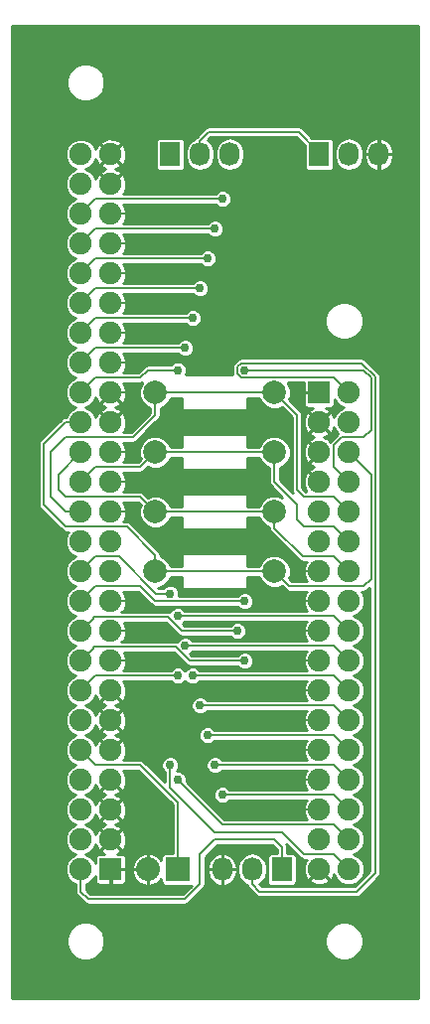
<source format=gbr>
G04 #@! TF.FileFunction,Copper,L1,Top,Signal*
%FSLAX46Y46*%
G04 Gerber Fmt 4.6, Leading zero omitted, Abs format (unit mm)*
G04 Created by KiCad (PCBNEW (2014-12-16 BZR 5324)-product) date Thursday, July 30, 2015 'PMt' 09:23:13 PM*
%MOMM*%
G01*
G04 APERTURE LIST*
%ADD10C,0.127000*%
%ADD11R,1.905000X1.905000*%
%ADD12C,1.905000*%
%ADD13R,2.032000X2.032000*%
%ADD14O,2.032000X2.032000*%
%ADD15R,1.727200X2.032000*%
%ADD16O,1.727200X2.032000*%
%ADD17C,1.998980*%
%ADD18C,0.762000*%
%ADD19C,0.152400*%
%ADD20C,0.254000*%
G04 APERTURE END LIST*
D10*
D11*
X8890000Y11430000D03*
D12*
X6350000Y11430000D03*
X8890000Y13970000D03*
X6350000Y13970000D03*
X8890000Y16510000D03*
X6350000Y16510000D03*
X8890000Y19050000D03*
X6350000Y19050000D03*
X8890000Y21590000D03*
X6350000Y21590000D03*
X8890000Y24130000D03*
X6350000Y24130000D03*
X8890000Y26670000D03*
X6350000Y26670000D03*
X8890000Y29210000D03*
X6350000Y29210000D03*
X8890000Y31750000D03*
X6350000Y31750000D03*
X8890000Y34290000D03*
X6350000Y34290000D03*
X8890000Y36830000D03*
X6350000Y36830000D03*
X8890000Y39370000D03*
X6350000Y39370000D03*
X8890000Y41910000D03*
X6350000Y41910000D03*
X8890000Y44450000D03*
X6350000Y44450000D03*
X8890000Y46990000D03*
X6350000Y46990000D03*
X8890000Y49530000D03*
X6350000Y49530000D03*
X8890000Y52070000D03*
X6350000Y52070000D03*
X8890000Y54610000D03*
X6350000Y54610000D03*
X8890000Y57150000D03*
X6350000Y57150000D03*
X8890000Y59690000D03*
X6350000Y59690000D03*
X8890000Y62230000D03*
X6350000Y62230000D03*
X8890000Y64770000D03*
X6350000Y64770000D03*
X8890000Y67310000D03*
X6350000Y67310000D03*
X8890000Y69850000D03*
X6350000Y69850000D03*
X8890000Y72390000D03*
X6350000Y72390000D03*
D11*
X26670000Y52070000D03*
D12*
X29210000Y52070000D03*
X26670000Y49530000D03*
X29210000Y49530000D03*
X26670000Y46990000D03*
X29210000Y46990000D03*
X26670000Y44450000D03*
X29210000Y44450000D03*
X26670000Y41910000D03*
X29210000Y41910000D03*
X26670000Y39370000D03*
X29210000Y39370000D03*
X26670000Y36830000D03*
X29210000Y36830000D03*
X26670000Y34290000D03*
X29210000Y34290000D03*
X26670000Y31750000D03*
X29210000Y31750000D03*
X26670000Y29210000D03*
X29210000Y29210000D03*
X26670000Y26670000D03*
X29210000Y26670000D03*
X26670000Y24130000D03*
X29210000Y24130000D03*
X26670000Y21590000D03*
X29210000Y21590000D03*
X26670000Y19050000D03*
X29210000Y19050000D03*
X26670000Y16510000D03*
X29210000Y16510000D03*
X26670000Y13970000D03*
X29210000Y13970000D03*
X26670000Y11430000D03*
X29210000Y11430000D03*
D13*
X14605000Y11430000D03*
D14*
X12065000Y11430000D03*
D15*
X13970000Y72390000D03*
D16*
X16510000Y72390000D03*
X19050000Y72390000D03*
D15*
X26670000Y72390000D03*
D16*
X29210000Y72390000D03*
X31750000Y72390000D03*
D17*
X22860000Y52070000D03*
X12700000Y52070000D03*
X22860000Y46990000D03*
X12700000Y46990000D03*
X22860000Y41910000D03*
X12700000Y41910000D03*
X22860000Y36830000D03*
X12700000Y36830000D03*
D15*
X23495000Y11430000D03*
D16*
X20955000Y11430000D03*
X18415000Y11430000D03*
D18*
X13335000Y49530000D03*
X21590000Y49530000D03*
X13335000Y44450000D03*
X21590000Y44450000D03*
X13335000Y39370000D03*
X21590000Y39370000D03*
X14605000Y19050000D03*
X14605000Y27940000D03*
X20320000Y29210000D03*
X19685000Y31750000D03*
X20320000Y53975000D03*
X20320000Y34290000D03*
X13970000Y34925000D03*
X13970000Y20320000D03*
X14605000Y33020000D03*
X14605000Y53975000D03*
X15240000Y30480000D03*
X15240000Y55880000D03*
X16510000Y25400000D03*
X16510000Y60960000D03*
X17145000Y22860000D03*
X17145000Y63500000D03*
X17780000Y20320000D03*
X17780000Y66040000D03*
X18415000Y17780000D03*
X18415000Y68580000D03*
X15875000Y27940000D03*
X15875000Y58420000D03*
D19*
X13335000Y49530000D02*
X21590000Y49530000D01*
X13335000Y39370000D02*
X21590000Y39370000D01*
X10795000Y47625000D02*
X12700000Y49530000D01*
X12700000Y49530000D02*
X13335000Y49530000D01*
X10795000Y46990000D02*
X8890000Y46990000D01*
X10795000Y46990000D02*
X10795000Y47625000D01*
X21590000Y44450000D02*
X13335000Y44450000D01*
X10795000Y44450000D02*
X8890000Y44450000D01*
X13335000Y44450000D02*
X10795000Y44450000D01*
X10795000Y41275000D02*
X12700000Y39370000D01*
X12700000Y39370000D02*
X13335000Y39370000D01*
X10795000Y41910000D02*
X8890000Y41910000D01*
X10795000Y41910000D02*
X10795000Y41275000D01*
X26670000Y16510000D02*
X24765000Y16510000D01*
X26670000Y19050000D02*
X24765000Y19050000D01*
X26670000Y21590000D02*
X24765000Y21590000D01*
X8890000Y34290000D02*
X10795000Y34290000D01*
X26670000Y24130000D02*
X24765000Y24130000D01*
X26670000Y26670000D02*
X24765000Y26670000D01*
X26670000Y36830000D02*
X24765000Y36830000D01*
X26670000Y34290000D02*
X24765000Y34290000D01*
X26670000Y31750000D02*
X24765000Y31750000D01*
X26670000Y29210000D02*
X24765000Y29210000D01*
X8890000Y29210000D02*
X10795000Y29210000D01*
X8890000Y31750000D02*
X10795000Y31750000D01*
X8890000Y52070000D02*
X10795000Y52070000D01*
X8890000Y57150000D02*
X10795000Y57150000D01*
X8890000Y54610000D02*
X10795000Y54610000D01*
X8890000Y59690000D02*
X10795000Y59690000D01*
X8890000Y62230000D02*
X10795000Y62230000D01*
X8890000Y64770000D02*
X10795000Y64770000D01*
X8890000Y67310000D02*
X10795000Y67310000D01*
X23495000Y11430000D02*
X23495000Y13335000D01*
X23495000Y13335000D02*
X22860000Y13970000D01*
X22860000Y13970000D02*
X17780000Y13970000D01*
X17780000Y13970000D02*
X16510000Y12700000D01*
X16510000Y12700000D02*
X16510000Y10160000D01*
X16510000Y10160000D02*
X15240000Y8890000D01*
X15240000Y8890000D02*
X6985000Y8890000D01*
X6985000Y8890000D02*
X6350000Y9525000D01*
X6350000Y9525000D02*
X6350000Y11430000D01*
X14605000Y11430000D02*
X14605000Y17145000D01*
X14605000Y17145000D02*
X11430000Y20320000D01*
X11430000Y20320000D02*
X7620000Y20320000D01*
X7620000Y20320000D02*
X6350000Y21590000D01*
X18415000Y15240000D02*
X27940000Y15240000D01*
X27940000Y15240000D02*
X29210000Y13970000D01*
X14605000Y19050000D02*
X18415000Y15240000D01*
X6350000Y26670000D02*
X7620000Y27940000D01*
X7620000Y27940000D02*
X14605000Y27940000D01*
X20320000Y29210000D02*
X15607790Y29210000D01*
X15607790Y29210000D02*
X14426689Y30391101D01*
X14426689Y30391101D02*
X7531101Y30391101D01*
X7531101Y30391101D02*
X7302499Y30162499D01*
X7302499Y30162499D02*
X6350000Y29210000D01*
X19685000Y31750000D02*
X14972790Y31750000D01*
X14972790Y31750000D02*
X13791689Y32931101D01*
X13791689Y32931101D02*
X7531101Y32931101D01*
X7531101Y32931101D02*
X7302499Y32702499D01*
X7302499Y32702499D02*
X6350000Y31750000D01*
X27940000Y45720000D02*
X29210000Y44450000D01*
X27940000Y47625000D02*
X27940000Y45720000D01*
X28575000Y48260000D02*
X27940000Y47625000D01*
X30480000Y48260000D02*
X28575000Y48260000D01*
X31115000Y48895000D02*
X30480000Y48260000D01*
X31115000Y53340000D02*
X31115000Y48895000D01*
X30480000Y53975000D02*
X31115000Y53340000D01*
X20320000Y53975000D02*
X30480000Y53975000D01*
X12700000Y34290000D02*
X20320000Y34290000D01*
X11430000Y35560000D02*
X12700000Y34290000D01*
X7620000Y35560000D02*
X11430000Y35560000D01*
X6350000Y34290000D02*
X7620000Y35560000D01*
X13970000Y18782790D02*
X13970000Y18415000D01*
X6350000Y36830000D02*
X7620000Y38100000D01*
X12787424Y34925000D02*
X13970000Y34925000D01*
X9612424Y38100000D02*
X12787424Y34925000D01*
X7620000Y38100000D02*
X9612424Y38100000D01*
X13970000Y20320000D02*
X13970000Y18782790D01*
X27940000Y12700000D02*
X25400000Y12700000D01*
X27940000Y12700000D02*
X29210000Y11430000D01*
X25400000Y12700000D02*
X24765000Y13335000D01*
X23495000Y14605000D02*
X24765000Y13335000D01*
X17780000Y14605000D02*
X23495000Y14605000D01*
X13970000Y18415000D02*
X17780000Y14605000D01*
X24765000Y50165000D02*
X24765000Y43815000D01*
X24765000Y43815000D02*
X25400000Y43180000D01*
X25400000Y43180000D02*
X27940000Y43180000D01*
X27940000Y43180000D02*
X29210000Y41910000D01*
X22860000Y52070000D02*
X24765000Y50165000D01*
X12700000Y52070000D02*
X12700000Y50165000D01*
X12700000Y50165000D02*
X10795000Y48260000D01*
X10795000Y48260000D02*
X5080000Y48260000D01*
X5080000Y48260000D02*
X3810000Y46990000D01*
X3810000Y43180000D02*
X5080000Y41910000D01*
X3810000Y46990000D02*
X3810000Y43180000D01*
X5080000Y41910000D02*
X6350000Y41910000D01*
X12700000Y52070000D02*
X22860000Y52070000D01*
X25400000Y40640000D02*
X27940000Y40640000D01*
X24765000Y41275000D02*
X25400000Y40640000D01*
X24765000Y42545000D02*
X24765000Y41275000D01*
X22860000Y44450000D02*
X24765000Y42545000D01*
X22860000Y46990000D02*
X22860000Y44450000D01*
X27940000Y40640000D02*
X29210000Y39370000D01*
X7620000Y45720000D02*
X6350000Y44450000D01*
X11430000Y45720000D02*
X7620000Y45720000D01*
X12700000Y46990000D02*
X11430000Y45720000D01*
X12700000Y46990000D02*
X22860000Y46990000D01*
X22860000Y41910000D02*
X22860000Y40496508D01*
X27940000Y38100000D02*
X29210000Y36830000D01*
X25256508Y38100000D02*
X27940000Y38100000D01*
X22860000Y40496508D02*
X25256508Y38100000D01*
X4445000Y45085000D02*
X6350000Y46990000D01*
X4445000Y43815000D02*
X4445000Y45085000D01*
X5080000Y43180000D02*
X4445000Y43815000D01*
X11430000Y43180000D02*
X5080000Y43180000D01*
X12700000Y41910000D02*
X11430000Y43180000D01*
X12700000Y41910000D02*
X22860000Y41910000D01*
X31115000Y45085000D02*
X29210000Y46990000D01*
X24130000Y35560000D02*
X30480000Y35560000D01*
X31115000Y36195000D02*
X31115000Y45085000D01*
X22860000Y36830000D02*
X24130000Y35560000D01*
X30480000Y35560000D02*
X31115000Y36195000D01*
X3175000Y42545000D02*
X3175000Y47702038D01*
X3175000Y47702038D02*
X5002962Y49530000D01*
X5002962Y49530000D02*
X6350000Y49530000D01*
X5080000Y40640000D02*
X3175000Y42545000D01*
X10303492Y40640000D02*
X5080000Y40640000D01*
X12700000Y36830000D02*
X12700000Y38243492D01*
X12700000Y38243492D02*
X10303492Y40640000D01*
X12700000Y36830000D02*
X22860000Y36830000D01*
X27940000Y33020000D02*
X29210000Y31750000D01*
X14605000Y33020000D02*
X27940000Y33020000D01*
X12065000Y53975000D02*
X14605000Y53975000D01*
X11430000Y53340000D02*
X12065000Y53975000D01*
X7620000Y53340000D02*
X11430000Y53340000D01*
X6350000Y52070000D02*
X7620000Y53340000D01*
X15240000Y30480000D02*
X27940000Y30480000D01*
X27940000Y30480000D02*
X29210000Y29210000D01*
X6350000Y54610000D02*
X7620000Y55880000D01*
X7620000Y55880000D02*
X15240000Y55880000D01*
X16510000Y25400000D02*
X27940000Y25400000D01*
X27940000Y25400000D02*
X29210000Y24130000D01*
X6350000Y59690000D02*
X7620000Y60960000D01*
X7620000Y60960000D02*
X16510000Y60960000D01*
X17145000Y22860000D02*
X27940000Y22860000D01*
X27940000Y22860000D02*
X29210000Y21590000D01*
X6350000Y62230000D02*
X7620000Y63500000D01*
X7620000Y63500000D02*
X17145000Y63500000D01*
X17780000Y20320000D02*
X27940000Y20320000D01*
X27940000Y20320000D02*
X29210000Y19050000D01*
X6350000Y64770000D02*
X7620000Y66040000D01*
X7620000Y66040000D02*
X17780000Y66040000D01*
X18415000Y17780000D02*
X27940000Y17780000D01*
X27940000Y17780000D02*
X29210000Y16510000D01*
X6350000Y67310000D02*
X7620000Y68580000D01*
X7620000Y68580000D02*
X18415000Y68580000D01*
X29210000Y52070000D02*
X27914601Y53365399D01*
X27914601Y53365399D02*
X20027391Y53365399D01*
X20955000Y10160000D02*
X20955000Y11430000D01*
X20027391Y53365399D02*
X19710399Y53682391D01*
X19710399Y53682391D02*
X19710399Y54267609D01*
X20027391Y54584601D02*
X30301465Y54584601D01*
X19710399Y54267609D02*
X20027391Y54584601D01*
X30301465Y54584601D02*
X31419810Y53466256D01*
X31419810Y53466256D02*
X31419810Y11099810D01*
X31419810Y11099810D02*
X29845000Y9525000D01*
X29845000Y9525000D02*
X21590000Y9525000D01*
X21590000Y9525000D02*
X20955000Y10160000D01*
X15875000Y27940000D02*
X27940000Y27940000D01*
X27940000Y27940000D02*
X29210000Y26670000D01*
X6350000Y57150000D02*
X7620000Y58420000D01*
X7620000Y58420000D02*
X15875000Y58420000D01*
X16510000Y72390000D02*
X16510000Y73558400D01*
X17246600Y74295000D02*
X24917400Y74295000D01*
X16510000Y73558400D02*
X17246600Y74295000D01*
X24917400Y74295000D02*
X26670000Y72542400D01*
X26670000Y72542400D02*
X26670000Y72390000D01*
D20*
G36*
X8922102Y67295858D02*
X8904142Y67277897D01*
X8890000Y67292039D01*
X8875857Y67277898D01*
X8857897Y67295858D01*
X8872039Y67310000D01*
X8857897Y67324142D01*
X8875857Y67342103D01*
X8890000Y67327961D01*
X8904142Y67342103D01*
X8922102Y67324143D01*
X8907961Y67310000D01*
X8922102Y67295858D01*
X8922102Y67295858D01*
G37*
X8922102Y67295858D02*
X8904142Y67277897D01*
X8890000Y67292039D01*
X8875857Y67277898D01*
X8857897Y67295858D01*
X8872039Y67310000D01*
X8857897Y67324142D01*
X8875857Y67342103D01*
X8890000Y67327961D01*
X8904142Y67342103D01*
X8922102Y67324143D01*
X8907961Y67310000D01*
X8922102Y67295858D01*
G36*
X8922102Y64755858D02*
X8904142Y64737897D01*
X8890000Y64752039D01*
X8875857Y64737898D01*
X8857897Y64755858D01*
X8872039Y64770000D01*
X8857897Y64784142D01*
X8875857Y64802103D01*
X8890000Y64787961D01*
X8904142Y64802103D01*
X8922102Y64784143D01*
X8907961Y64770000D01*
X8922102Y64755858D01*
X8922102Y64755858D01*
G37*
X8922102Y64755858D02*
X8904142Y64737897D01*
X8890000Y64752039D01*
X8875857Y64737898D01*
X8857897Y64755858D01*
X8872039Y64770000D01*
X8857897Y64784142D01*
X8875857Y64802103D01*
X8890000Y64787961D01*
X8904142Y64802103D01*
X8922102Y64784143D01*
X8907961Y64770000D01*
X8922102Y64755858D01*
G36*
X8922102Y62215858D02*
X8904142Y62197897D01*
X8890000Y62212039D01*
X8875857Y62197898D01*
X8857897Y62215858D01*
X8872039Y62230000D01*
X8857897Y62244142D01*
X8875857Y62262103D01*
X8890000Y62247961D01*
X8904142Y62262103D01*
X8922102Y62244143D01*
X8907961Y62230000D01*
X8922102Y62215858D01*
X8922102Y62215858D01*
G37*
X8922102Y62215858D02*
X8904142Y62197897D01*
X8890000Y62212039D01*
X8875857Y62197898D01*
X8857897Y62215858D01*
X8872039Y62230000D01*
X8857897Y62244142D01*
X8875857Y62262103D01*
X8890000Y62247961D01*
X8904142Y62262103D01*
X8922102Y62244143D01*
X8907961Y62230000D01*
X8922102Y62215858D01*
G36*
X8922102Y59675858D02*
X8904142Y59657897D01*
X8890000Y59672039D01*
X8875857Y59657898D01*
X8857897Y59675858D01*
X8872039Y59690000D01*
X8857897Y59704142D01*
X8875857Y59722103D01*
X8890000Y59707961D01*
X8904142Y59722103D01*
X8922102Y59704143D01*
X8907961Y59690000D01*
X8922102Y59675858D01*
X8922102Y59675858D01*
G37*
X8922102Y59675858D02*
X8904142Y59657897D01*
X8890000Y59672039D01*
X8875857Y59657898D01*
X8857897Y59675858D01*
X8872039Y59690000D01*
X8857897Y59704142D01*
X8875857Y59722103D01*
X8890000Y59707961D01*
X8904142Y59722103D01*
X8922102Y59704143D01*
X8907961Y59690000D01*
X8922102Y59675858D01*
G36*
X8922102Y57135858D02*
X8904142Y57117897D01*
X8890000Y57132039D01*
X8875857Y57117898D01*
X8857897Y57135858D01*
X8872039Y57150000D01*
X8857897Y57164142D01*
X8875857Y57182103D01*
X8890000Y57167961D01*
X8904142Y57182103D01*
X8922102Y57164143D01*
X8907961Y57150000D01*
X8922102Y57135858D01*
X8922102Y57135858D01*
G37*
X8922102Y57135858D02*
X8904142Y57117897D01*
X8890000Y57132039D01*
X8875857Y57117898D01*
X8857897Y57135858D01*
X8872039Y57150000D01*
X8857897Y57164142D01*
X8875857Y57182103D01*
X8890000Y57167961D01*
X8904142Y57182103D01*
X8922102Y57164143D01*
X8907961Y57150000D01*
X8922102Y57135858D01*
G36*
X8922102Y54595858D02*
X8904142Y54577897D01*
X8890000Y54592039D01*
X8875857Y54577898D01*
X8857897Y54595858D01*
X8872039Y54610000D01*
X8857897Y54624142D01*
X8875857Y54642103D01*
X8890000Y54627961D01*
X8904142Y54642103D01*
X8922102Y54624143D01*
X8907961Y54610000D01*
X8922102Y54595858D01*
X8922102Y54595858D01*
G37*
X8922102Y54595858D02*
X8904142Y54577897D01*
X8890000Y54592039D01*
X8875857Y54577898D01*
X8857897Y54595858D01*
X8872039Y54610000D01*
X8857897Y54624142D01*
X8875857Y54642103D01*
X8890000Y54627961D01*
X8904142Y54642103D01*
X8922102Y54624143D01*
X8907961Y54610000D01*
X8922102Y54595858D01*
G36*
X8922102Y46975858D02*
X8904142Y46957897D01*
X8890000Y46972039D01*
X8875857Y46957898D01*
X8857897Y46975858D01*
X8872039Y46990000D01*
X8857897Y47004142D01*
X8875857Y47022103D01*
X8890000Y47007961D01*
X8904142Y47022103D01*
X8922102Y47004143D01*
X8907961Y46990000D01*
X8922102Y46975858D01*
X8922102Y46975858D01*
G37*
X8922102Y46975858D02*
X8904142Y46957897D01*
X8890000Y46972039D01*
X8875857Y46957898D01*
X8857897Y46975858D01*
X8872039Y46990000D01*
X8857897Y47004142D01*
X8875857Y47022103D01*
X8890000Y47007961D01*
X8904142Y47022103D01*
X8922102Y47004143D01*
X8907961Y46990000D01*
X8922102Y46975858D01*
G36*
X8922102Y44435858D02*
X8904142Y44417897D01*
X8890000Y44432039D01*
X8875857Y44417898D01*
X8857897Y44435858D01*
X8872039Y44450000D01*
X8857897Y44464142D01*
X8875857Y44482103D01*
X8890000Y44467961D01*
X8904142Y44482103D01*
X8922102Y44464143D01*
X8907961Y44450000D01*
X8922102Y44435858D01*
X8922102Y44435858D01*
G37*
X8922102Y44435858D02*
X8904142Y44417897D01*
X8890000Y44432039D01*
X8875857Y44417898D01*
X8857897Y44435858D01*
X8872039Y44450000D01*
X8857897Y44464142D01*
X8875857Y44482103D01*
X8890000Y44467961D01*
X8904142Y44482103D01*
X8922102Y44464143D01*
X8907961Y44450000D01*
X8922102Y44435858D01*
G36*
X8922102Y41895858D02*
X8904142Y41877897D01*
X8890000Y41892039D01*
X8875857Y41877898D01*
X8857897Y41895858D01*
X8872039Y41910000D01*
X8857897Y41924142D01*
X8875857Y41942103D01*
X8890000Y41927961D01*
X8904142Y41942103D01*
X8922102Y41924143D01*
X8907961Y41910000D01*
X8922102Y41895858D01*
X8922102Y41895858D01*
G37*
X8922102Y41895858D02*
X8904142Y41877897D01*
X8890000Y41892039D01*
X8875857Y41877898D01*
X8857897Y41895858D01*
X8872039Y41910000D01*
X8857897Y41924142D01*
X8875857Y41942103D01*
X8890000Y41927961D01*
X8904142Y41942103D01*
X8922102Y41924143D01*
X8907961Y41910000D01*
X8922102Y41895858D01*
G36*
X8922102Y39355858D02*
X8904142Y39337898D01*
X8890000Y39352039D01*
X8875857Y39337898D01*
X8857897Y39355858D01*
X8872039Y39370000D01*
X8857897Y39384142D01*
X8875857Y39402103D01*
X8890000Y39387961D01*
X8904142Y39402103D01*
X8922102Y39384143D01*
X8907961Y39370000D01*
X8922102Y39355858D01*
X8922102Y39355858D01*
G37*
X8922102Y39355858D02*
X8904142Y39337898D01*
X8890000Y39352039D01*
X8875857Y39337898D01*
X8857897Y39355858D01*
X8872039Y39370000D01*
X8857897Y39384142D01*
X8875857Y39402103D01*
X8890000Y39387961D01*
X8904142Y39402103D01*
X8922102Y39384143D01*
X8907961Y39370000D01*
X8922102Y39355858D01*
G36*
X8922102Y36815858D02*
X8904142Y36797897D01*
X8890000Y36812039D01*
X8875857Y36797898D01*
X8857897Y36815858D01*
X8872039Y36830000D01*
X8857897Y36844142D01*
X8875857Y36862103D01*
X8890000Y36847961D01*
X8904141Y36862104D01*
X8922102Y36844143D01*
X8907961Y36830000D01*
X8922102Y36815858D01*
X8922102Y36815858D01*
G37*
X8922102Y36815858D02*
X8904142Y36797897D01*
X8890000Y36812039D01*
X8875857Y36797898D01*
X8857897Y36815858D01*
X8872039Y36830000D01*
X8857897Y36844142D01*
X8875857Y36862103D01*
X8890000Y36847961D01*
X8904141Y36862104D01*
X8922102Y36844143D01*
X8907961Y36830000D01*
X8922102Y36815858D01*
G36*
X8922102Y34275858D02*
X8904142Y34257897D01*
X8890000Y34272039D01*
X8875857Y34257898D01*
X8857897Y34275858D01*
X8872039Y34290000D01*
X8857897Y34304142D01*
X8875857Y34322103D01*
X8890000Y34307961D01*
X8904142Y34322103D01*
X8922102Y34304143D01*
X8907961Y34290000D01*
X8922102Y34275858D01*
X8922102Y34275858D01*
G37*
X8922102Y34275858D02*
X8904142Y34257897D01*
X8890000Y34272039D01*
X8875857Y34257898D01*
X8857897Y34275858D01*
X8872039Y34290000D01*
X8857897Y34304142D01*
X8875857Y34322103D01*
X8890000Y34307961D01*
X8904142Y34322103D01*
X8922102Y34304143D01*
X8907961Y34290000D01*
X8922102Y34275858D01*
G36*
X8922102Y31735858D02*
X8904142Y31717897D01*
X8890000Y31732039D01*
X8875857Y31717898D01*
X8857897Y31735858D01*
X8872039Y31750000D01*
X8857897Y31764142D01*
X8875857Y31782103D01*
X8890000Y31767961D01*
X8904142Y31782103D01*
X8922102Y31764143D01*
X8907961Y31750000D01*
X8922102Y31735858D01*
X8922102Y31735858D01*
G37*
X8922102Y31735858D02*
X8904142Y31717897D01*
X8890000Y31732039D01*
X8875857Y31717898D01*
X8857897Y31735858D01*
X8872039Y31750000D01*
X8857897Y31764142D01*
X8875857Y31782103D01*
X8890000Y31767961D01*
X8904142Y31782103D01*
X8922102Y31764143D01*
X8907961Y31750000D01*
X8922102Y31735858D01*
G36*
X8922102Y29195858D02*
X8904142Y29177897D01*
X8890000Y29192039D01*
X8875857Y29177898D01*
X8857897Y29195858D01*
X8872039Y29210000D01*
X8857897Y29224142D01*
X8875857Y29242103D01*
X8890000Y29227961D01*
X8904142Y29242103D01*
X8922102Y29224143D01*
X8907961Y29210000D01*
X8922102Y29195858D01*
X8922102Y29195858D01*
G37*
X8922102Y29195858D02*
X8904142Y29177897D01*
X8890000Y29192039D01*
X8875857Y29177898D01*
X8857897Y29195858D01*
X8872039Y29210000D01*
X8857897Y29224142D01*
X8875857Y29242103D01*
X8890000Y29227961D01*
X8904142Y29242103D01*
X8922102Y29224143D01*
X8907961Y29210000D01*
X8922102Y29195858D01*
G36*
X12242800Y50354378D02*
X10605621Y48717200D01*
X9946489Y48717200D01*
X9997377Y48741142D01*
X10214966Y49224965D01*
X10230841Y49755227D01*
X10042585Y50251200D01*
X9997377Y50318858D01*
X9792983Y50415023D01*
X9775023Y50397063D01*
X9775023Y50432983D01*
X9678858Y50637377D01*
X9310210Y50803169D01*
X9611200Y50917415D01*
X9678858Y50962623D01*
X9775023Y51167017D01*
X8890000Y52052039D01*
X8004977Y51167017D01*
X8101142Y50962623D01*
X8469789Y50796832D01*
X8168800Y50682585D01*
X8101142Y50637377D01*
X8004977Y50432983D01*
X8890000Y49547961D01*
X9775023Y50432983D01*
X9775023Y50397063D01*
X8907961Y49530000D01*
X8922102Y49515858D01*
X8904142Y49497897D01*
X8890000Y49512039D01*
X8875857Y49497898D01*
X8857897Y49515858D01*
X8872039Y49530000D01*
X7987017Y50415023D01*
X7782623Y50318858D01*
X7618077Y49952981D01*
X7481146Y50284380D01*
X7106353Y50659827D01*
X6768553Y50800094D01*
X7104380Y50938854D01*
X7479827Y51313647D01*
X7621371Y51654525D01*
X7737415Y51348800D01*
X7782623Y51281142D01*
X7987017Y51184977D01*
X8872039Y52070000D01*
X8857897Y52084142D01*
X8875857Y52102103D01*
X8890000Y52087961D01*
X8904142Y52102103D01*
X8922102Y52084143D01*
X8907961Y52070000D01*
X9792983Y51184977D01*
X9997377Y51281142D01*
X10214966Y51764965D01*
X10230841Y52295227D01*
X10042585Y52791200D01*
X9997377Y52858858D01*
X9946489Y52882800D01*
X11430000Y52882800D01*
X11592606Y52915145D01*
X11530360Y52853006D01*
X11319751Y52345801D01*
X11319271Y51796608D01*
X11528995Y51289037D01*
X11916994Y50900360D01*
X12242800Y50765075D01*
X12242800Y50354378D01*
X12242800Y50354378D01*
G37*
X12242800Y50354378D02*
X10605621Y48717200D01*
X9946489Y48717200D01*
X9997377Y48741142D01*
X10214966Y49224965D01*
X10230841Y49755227D01*
X10042585Y50251200D01*
X9997377Y50318858D01*
X9792983Y50415023D01*
X9775023Y50397063D01*
X9775023Y50432983D01*
X9678858Y50637377D01*
X9310210Y50803169D01*
X9611200Y50917415D01*
X9678858Y50962623D01*
X9775023Y51167017D01*
X8890000Y52052039D01*
X8004977Y51167017D01*
X8101142Y50962623D01*
X8469789Y50796832D01*
X8168800Y50682585D01*
X8101142Y50637377D01*
X8004977Y50432983D01*
X8890000Y49547961D01*
X9775023Y50432983D01*
X9775023Y50397063D01*
X8907961Y49530000D01*
X8922102Y49515858D01*
X8904142Y49497897D01*
X8890000Y49512039D01*
X8875857Y49497898D01*
X8857897Y49515858D01*
X8872039Y49530000D01*
X7987017Y50415023D01*
X7782623Y50318858D01*
X7618077Y49952981D01*
X7481146Y50284380D01*
X7106353Y50659827D01*
X6768553Y50800094D01*
X7104380Y50938854D01*
X7479827Y51313647D01*
X7621371Y51654525D01*
X7737415Y51348800D01*
X7782623Y51281142D01*
X7987017Y51184977D01*
X8872039Y52070000D01*
X8857897Y52084142D01*
X8875857Y52102103D01*
X8890000Y52087961D01*
X8904142Y52102103D01*
X8922102Y52084143D01*
X8907961Y52070000D01*
X9792983Y51184977D01*
X9997377Y51281142D01*
X10214966Y51764965D01*
X10230841Y52295227D01*
X10042585Y52791200D01*
X9997377Y52858858D01*
X9946489Y52882800D01*
X11430000Y52882800D01*
X11592606Y52915145D01*
X11530360Y52853006D01*
X11319751Y52345801D01*
X11319271Y51796608D01*
X11528995Y51289037D01*
X11916994Y50900360D01*
X12242800Y50765075D01*
X12242800Y50354378D01*
G36*
X15754946Y10051525D02*
X15050622Y9347200D01*
X12052300Y9347200D01*
X12052300Y10128312D01*
X12052300Y11417300D01*
X12052300Y11442700D01*
X12052300Y12731688D01*
X11833926Y12807757D01*
X11751239Y12791311D01*
X11254172Y12567616D01*
X10880546Y12170730D01*
X10687242Y11661074D01*
X10763307Y11442700D01*
X12052300Y11442700D01*
X12052300Y11417300D01*
X10763307Y11417300D01*
X10687242Y11198926D01*
X10880546Y10689270D01*
X11254172Y10292384D01*
X11751239Y10068689D01*
X11833926Y10052243D01*
X12052300Y10128312D01*
X12052300Y9347200D01*
X10230841Y9347200D01*
X10230841Y14195227D01*
X10230841Y16735227D01*
X10042585Y17231200D01*
X9997377Y17298858D01*
X9792983Y17395023D01*
X9775023Y17377063D01*
X9775023Y17412983D01*
X9678858Y17617377D01*
X9310210Y17783169D01*
X9611200Y17897415D01*
X9678858Y17942623D01*
X9775023Y18147017D01*
X8890000Y19032039D01*
X8004977Y18147017D01*
X8101142Y17942623D01*
X8469789Y17776832D01*
X8168800Y17662585D01*
X8101142Y17617377D01*
X8004977Y17412983D01*
X8890000Y16527961D01*
X9775023Y17412983D01*
X9775023Y17377063D01*
X8907961Y16510000D01*
X9792983Y15624977D01*
X9997377Y15721142D01*
X10214966Y16204965D01*
X10230841Y16735227D01*
X10230841Y14195227D01*
X10042585Y14691200D01*
X9997377Y14758858D01*
X9792983Y14855023D01*
X9775023Y14837063D01*
X9775023Y14872983D01*
X9678858Y15077377D01*
X9310210Y15243169D01*
X9611200Y15357415D01*
X9678858Y15402623D01*
X9775023Y15607017D01*
X8890000Y16492039D01*
X8004977Y15607017D01*
X8101142Y15402623D01*
X8469789Y15236832D01*
X8168800Y15122585D01*
X8101142Y15077377D01*
X8004977Y14872983D01*
X8890000Y13987961D01*
X9775023Y14872983D01*
X9775023Y14837063D01*
X8907961Y13970000D01*
X9792983Y13084977D01*
X9997377Y13181142D01*
X10214966Y13664965D01*
X10230841Y14195227D01*
X10230841Y9347200D01*
X10223500Y9347200D01*
X10223500Y10401714D01*
X10223500Y11322050D01*
X10128250Y11417300D01*
X8902700Y11417300D01*
X8902700Y10191750D01*
X8997950Y10096500D01*
X9766714Y10096500D01*
X9918285Y10096500D01*
X10058319Y10154504D01*
X10165496Y10261680D01*
X10223500Y10401714D01*
X10223500Y9347200D01*
X7174377Y9347200D01*
X6807200Y9714378D01*
X6807200Y10176062D01*
X7104380Y10298854D01*
X7479827Y10673647D01*
X7556500Y10858296D01*
X7556500Y10401714D01*
X7614504Y10261680D01*
X7721681Y10154504D01*
X7861715Y10096500D01*
X8013286Y10096500D01*
X8782050Y10096500D01*
X8877300Y10191750D01*
X8877300Y11417300D01*
X8857300Y11417300D01*
X8857300Y11442700D01*
X8877300Y11442700D01*
X8877300Y11462700D01*
X8902700Y11462700D01*
X8902700Y11442700D01*
X10128250Y11442700D01*
X10223500Y11537950D01*
X10223500Y12458286D01*
X10165496Y12598320D01*
X10058319Y12705496D01*
X9918285Y12763500D01*
X9766714Y12763500D01*
X9469157Y12763500D01*
X9611200Y12817415D01*
X9678858Y12862623D01*
X9775023Y13067017D01*
X8890000Y13952039D01*
X8004977Y13067017D01*
X8101142Y12862623D01*
X8321548Y12763500D01*
X8013286Y12763500D01*
X7861715Y12763500D01*
X7721681Y12705496D01*
X7614504Y12598320D01*
X7556500Y12458286D01*
X7556500Y12002010D01*
X7481146Y12184380D01*
X7106353Y12559827D01*
X6768553Y12700094D01*
X7104380Y12838854D01*
X7479827Y13213647D01*
X7621371Y13554525D01*
X7737415Y13248800D01*
X7782623Y13181142D01*
X7987017Y13084977D01*
X8872039Y13970000D01*
X7987017Y14855023D01*
X7782623Y14758858D01*
X7618077Y14392981D01*
X7481146Y14724380D01*
X7106353Y15099827D01*
X6768553Y15240094D01*
X7104380Y15378854D01*
X7479827Y15753647D01*
X7621371Y16094525D01*
X7737415Y15788800D01*
X7782623Y15721142D01*
X7987017Y15624977D01*
X8872039Y16510000D01*
X7987017Y17395023D01*
X7782623Y17298858D01*
X7618077Y16932981D01*
X7481146Y17264380D01*
X7106353Y17639827D01*
X6768553Y17780094D01*
X7104380Y17918854D01*
X7479827Y18293647D01*
X7621371Y18634525D01*
X7737415Y18328800D01*
X7782623Y18261142D01*
X7987017Y18164977D01*
X8872039Y19050000D01*
X8857897Y19064142D01*
X8875857Y19082103D01*
X8890000Y19067961D01*
X8904142Y19082103D01*
X8922102Y19064143D01*
X8907961Y19050000D01*
X9792983Y18164977D01*
X9997377Y18261142D01*
X10214966Y18744965D01*
X10230841Y19275227D01*
X10042585Y19771200D01*
X9997377Y19838858D01*
X9946489Y19862800D01*
X11240622Y19862800D01*
X14147800Y16955622D01*
X14147800Y12834464D01*
X13589000Y12834464D01*
X13443726Y12806278D01*
X13316044Y12722404D01*
X13230574Y12595784D01*
X13200536Y12446000D01*
X13200536Y12222694D01*
X12875828Y12567616D01*
X12378761Y12791311D01*
X12296074Y12807757D01*
X12077700Y12731688D01*
X12077700Y11442700D01*
X12097700Y11442700D01*
X12097700Y11417300D01*
X12077700Y11417300D01*
X12077700Y10128312D01*
X12296074Y10052243D01*
X12378761Y10068689D01*
X12875828Y10292384D01*
X13200536Y10637307D01*
X13200536Y10414000D01*
X13228722Y10268726D01*
X13312596Y10141044D01*
X13439216Y10055574D01*
X13589000Y10025536D01*
X15621000Y10025536D01*
X15754946Y10051525D01*
X15754946Y10051525D01*
G37*
X15754946Y10051525D02*
X15050622Y9347200D01*
X12052300Y9347200D01*
X12052300Y10128312D01*
X12052300Y11417300D01*
X12052300Y11442700D01*
X12052300Y12731688D01*
X11833926Y12807757D01*
X11751239Y12791311D01*
X11254172Y12567616D01*
X10880546Y12170730D01*
X10687242Y11661074D01*
X10763307Y11442700D01*
X12052300Y11442700D01*
X12052300Y11417300D01*
X10763307Y11417300D01*
X10687242Y11198926D01*
X10880546Y10689270D01*
X11254172Y10292384D01*
X11751239Y10068689D01*
X11833926Y10052243D01*
X12052300Y10128312D01*
X12052300Y9347200D01*
X10230841Y9347200D01*
X10230841Y14195227D01*
X10230841Y16735227D01*
X10042585Y17231200D01*
X9997377Y17298858D01*
X9792983Y17395023D01*
X9775023Y17377063D01*
X9775023Y17412983D01*
X9678858Y17617377D01*
X9310210Y17783169D01*
X9611200Y17897415D01*
X9678858Y17942623D01*
X9775023Y18147017D01*
X8890000Y19032039D01*
X8004977Y18147017D01*
X8101142Y17942623D01*
X8469789Y17776832D01*
X8168800Y17662585D01*
X8101142Y17617377D01*
X8004977Y17412983D01*
X8890000Y16527961D01*
X9775023Y17412983D01*
X9775023Y17377063D01*
X8907961Y16510000D01*
X9792983Y15624977D01*
X9997377Y15721142D01*
X10214966Y16204965D01*
X10230841Y16735227D01*
X10230841Y14195227D01*
X10042585Y14691200D01*
X9997377Y14758858D01*
X9792983Y14855023D01*
X9775023Y14837063D01*
X9775023Y14872983D01*
X9678858Y15077377D01*
X9310210Y15243169D01*
X9611200Y15357415D01*
X9678858Y15402623D01*
X9775023Y15607017D01*
X8890000Y16492039D01*
X8004977Y15607017D01*
X8101142Y15402623D01*
X8469789Y15236832D01*
X8168800Y15122585D01*
X8101142Y15077377D01*
X8004977Y14872983D01*
X8890000Y13987961D01*
X9775023Y14872983D01*
X9775023Y14837063D01*
X8907961Y13970000D01*
X9792983Y13084977D01*
X9997377Y13181142D01*
X10214966Y13664965D01*
X10230841Y14195227D01*
X10230841Y9347200D01*
X10223500Y9347200D01*
X10223500Y10401714D01*
X10223500Y11322050D01*
X10128250Y11417300D01*
X8902700Y11417300D01*
X8902700Y10191750D01*
X8997950Y10096500D01*
X9766714Y10096500D01*
X9918285Y10096500D01*
X10058319Y10154504D01*
X10165496Y10261680D01*
X10223500Y10401714D01*
X10223500Y9347200D01*
X7174377Y9347200D01*
X6807200Y9714378D01*
X6807200Y10176062D01*
X7104380Y10298854D01*
X7479827Y10673647D01*
X7556500Y10858296D01*
X7556500Y10401714D01*
X7614504Y10261680D01*
X7721681Y10154504D01*
X7861715Y10096500D01*
X8013286Y10096500D01*
X8782050Y10096500D01*
X8877300Y10191750D01*
X8877300Y11417300D01*
X8857300Y11417300D01*
X8857300Y11442700D01*
X8877300Y11442700D01*
X8877300Y11462700D01*
X8902700Y11462700D01*
X8902700Y11442700D01*
X10128250Y11442700D01*
X10223500Y11537950D01*
X10223500Y12458286D01*
X10165496Y12598320D01*
X10058319Y12705496D01*
X9918285Y12763500D01*
X9766714Y12763500D01*
X9469157Y12763500D01*
X9611200Y12817415D01*
X9678858Y12862623D01*
X9775023Y13067017D01*
X8890000Y13952039D01*
X8004977Y13067017D01*
X8101142Y12862623D01*
X8321548Y12763500D01*
X8013286Y12763500D01*
X7861715Y12763500D01*
X7721681Y12705496D01*
X7614504Y12598320D01*
X7556500Y12458286D01*
X7556500Y12002010D01*
X7481146Y12184380D01*
X7106353Y12559827D01*
X6768553Y12700094D01*
X7104380Y12838854D01*
X7479827Y13213647D01*
X7621371Y13554525D01*
X7737415Y13248800D01*
X7782623Y13181142D01*
X7987017Y13084977D01*
X8872039Y13970000D01*
X7987017Y14855023D01*
X7782623Y14758858D01*
X7618077Y14392981D01*
X7481146Y14724380D01*
X7106353Y15099827D01*
X6768553Y15240094D01*
X7104380Y15378854D01*
X7479827Y15753647D01*
X7621371Y16094525D01*
X7737415Y15788800D01*
X7782623Y15721142D01*
X7987017Y15624977D01*
X8872039Y16510000D01*
X7987017Y17395023D01*
X7782623Y17298858D01*
X7618077Y16932981D01*
X7481146Y17264380D01*
X7106353Y17639827D01*
X6768553Y17780094D01*
X7104380Y17918854D01*
X7479827Y18293647D01*
X7621371Y18634525D01*
X7737415Y18328800D01*
X7782623Y18261142D01*
X7987017Y18164977D01*
X8872039Y19050000D01*
X8857897Y19064142D01*
X8875857Y19082103D01*
X8890000Y19067961D01*
X8904142Y19082103D01*
X8922102Y19064143D01*
X8907961Y19050000D01*
X9792983Y18164977D01*
X9997377Y18261142D01*
X10214966Y18744965D01*
X10230841Y19275227D01*
X10042585Y19771200D01*
X9997377Y19838858D01*
X9946489Y19862800D01*
X11240622Y19862800D01*
X14147800Y16955622D01*
X14147800Y12834464D01*
X13589000Y12834464D01*
X13443726Y12806278D01*
X13316044Y12722404D01*
X13230574Y12595784D01*
X13200536Y12446000D01*
X13200536Y12222694D01*
X12875828Y12567616D01*
X12378761Y12791311D01*
X12296074Y12807757D01*
X12077700Y12731688D01*
X12077700Y11442700D01*
X12097700Y11442700D01*
X12097700Y11417300D01*
X12077700Y11417300D01*
X12077700Y10128312D01*
X12296074Y10052243D01*
X12378761Y10068689D01*
X12875828Y10292384D01*
X13200536Y10637307D01*
X13200536Y10414000D01*
X13228722Y10268726D01*
X13312596Y10141044D01*
X13439216Y10055574D01*
X13589000Y10025536D01*
X15621000Y10025536D01*
X15754946Y10051525D01*
G36*
X23541727Y43121695D02*
X23135801Y43290249D01*
X22586608Y43290729D01*
X22079037Y43081005D01*
X21690360Y42693006D01*
X21555074Y42367200D01*
X20574000Y42367200D01*
X20574000Y43434000D01*
X14986000Y43434000D01*
X14986000Y42367200D01*
X14004781Y42367200D01*
X13871005Y42690963D01*
X13483006Y43079640D01*
X12975801Y43290249D01*
X12426608Y43290729D01*
X12100566Y43156012D01*
X11753289Y43503289D01*
X11604963Y43602398D01*
X11430000Y43637200D01*
X9946489Y43637200D01*
X9997377Y43661142D01*
X10214966Y44144965D01*
X10230841Y44675227D01*
X10042585Y45171200D01*
X9997377Y45238858D01*
X9946489Y45262800D01*
X11430000Y45262800D01*
X11604963Y45297602D01*
X11753289Y45396711D01*
X12100669Y45744092D01*
X12424199Y45609751D01*
X12973392Y45609271D01*
X13480963Y45818995D01*
X13869640Y46206994D01*
X14004925Y46532800D01*
X14986000Y46532800D01*
X14986000Y45466000D01*
X20574000Y45466000D01*
X20574000Y46532800D01*
X21555218Y46532800D01*
X21688995Y46209037D01*
X22076994Y45820360D01*
X22402800Y45685075D01*
X22402800Y44450000D01*
X22437602Y44275037D01*
X22536711Y44126711D01*
X23541727Y43121695D01*
X23541727Y43121695D01*
G37*
X23541727Y43121695D02*
X23135801Y43290249D01*
X22586608Y43290729D01*
X22079037Y43081005D01*
X21690360Y42693006D01*
X21555074Y42367200D01*
X20574000Y42367200D01*
X20574000Y43434000D01*
X14986000Y43434000D01*
X14986000Y42367200D01*
X14004781Y42367200D01*
X13871005Y42690963D01*
X13483006Y43079640D01*
X12975801Y43290249D01*
X12426608Y43290729D01*
X12100566Y43156012D01*
X11753289Y43503289D01*
X11604963Y43602398D01*
X11430000Y43637200D01*
X9946489Y43637200D01*
X9997377Y43661142D01*
X10214966Y44144965D01*
X10230841Y44675227D01*
X10042585Y45171200D01*
X9997377Y45238858D01*
X9946489Y45262800D01*
X11430000Y45262800D01*
X11604963Y45297602D01*
X11753289Y45396711D01*
X12100669Y45744092D01*
X12424199Y45609751D01*
X12973392Y45609271D01*
X13480963Y45818995D01*
X13869640Y46206994D01*
X14004925Y46532800D01*
X14986000Y46532800D01*
X14986000Y45466000D01*
X20574000Y45466000D01*
X20574000Y46532800D01*
X21555218Y46532800D01*
X21688995Y46209037D01*
X22076994Y45820360D01*
X22402800Y45685075D01*
X22402800Y44450000D01*
X22437602Y44275037D01*
X22536711Y44126711D01*
X23541727Y43121695D01*
G36*
X24395081Y43561497D02*
X23317200Y44639378D01*
X23317200Y45685219D01*
X23640963Y45818995D01*
X24029640Y46206994D01*
X24240249Y46714199D01*
X24240729Y47263392D01*
X24031005Y47770963D01*
X23643006Y48159640D01*
X23135801Y48370249D01*
X22586608Y48370729D01*
X22079037Y48161005D01*
X21690360Y47773006D01*
X21555074Y47447200D01*
X20574000Y47447200D01*
X20574000Y48514000D01*
X14986000Y48514000D01*
X14986000Y47447200D01*
X14004781Y47447200D01*
X13871005Y47770963D01*
X13483006Y48159640D01*
X12975801Y48370249D01*
X12426608Y48370729D01*
X11919037Y48161005D01*
X11530360Y47773006D01*
X11319751Y47265801D01*
X11319271Y46716608D01*
X11453988Y46390567D01*
X11240622Y46177200D01*
X9946489Y46177200D01*
X9997377Y46201142D01*
X10214966Y46684965D01*
X10230841Y47215227D01*
X10042585Y47711200D01*
X9997377Y47778858D01*
X9946489Y47802800D01*
X10795000Y47802800D01*
X10969963Y47837602D01*
X11118289Y47936711D01*
X13023289Y49841711D01*
X13122398Y49990037D01*
X13157200Y50165000D01*
X13157200Y50765219D01*
X13480963Y50898995D01*
X13869640Y51286994D01*
X14004925Y51612800D01*
X14986000Y51612800D01*
X14986000Y50546000D01*
X20574000Y50546000D01*
X20574000Y51612800D01*
X21555218Y51612800D01*
X21688995Y51289037D01*
X22076994Y50900360D01*
X22584199Y50689751D01*
X23133392Y50689271D01*
X23459433Y50823989D01*
X24307800Y49975622D01*
X24307800Y43815000D01*
X24342602Y43640037D01*
X24395081Y43561497D01*
X24395081Y43561497D01*
G37*
X24395081Y43561497D02*
X23317200Y44639378D01*
X23317200Y45685219D01*
X23640963Y45818995D01*
X24029640Y46206994D01*
X24240249Y46714199D01*
X24240729Y47263392D01*
X24031005Y47770963D01*
X23643006Y48159640D01*
X23135801Y48370249D01*
X22586608Y48370729D01*
X22079037Y48161005D01*
X21690360Y47773006D01*
X21555074Y47447200D01*
X20574000Y47447200D01*
X20574000Y48514000D01*
X14986000Y48514000D01*
X14986000Y47447200D01*
X14004781Y47447200D01*
X13871005Y47770963D01*
X13483006Y48159640D01*
X12975801Y48370249D01*
X12426608Y48370729D01*
X11919037Y48161005D01*
X11530360Y47773006D01*
X11319751Y47265801D01*
X11319271Y46716608D01*
X11453988Y46390567D01*
X11240622Y46177200D01*
X9946489Y46177200D01*
X9997377Y46201142D01*
X10214966Y46684965D01*
X10230841Y47215227D01*
X10042585Y47711200D01*
X9997377Y47778858D01*
X9946489Y47802800D01*
X10795000Y47802800D01*
X10969963Y47837602D01*
X11118289Y47936711D01*
X13023289Y49841711D01*
X13122398Y49990037D01*
X13157200Y50165000D01*
X13157200Y50765219D01*
X13480963Y50898995D01*
X13869640Y51286994D01*
X14004925Y51612800D01*
X14986000Y51612800D01*
X14986000Y50546000D01*
X20574000Y50546000D01*
X20574000Y51612800D01*
X21555218Y51612800D01*
X21688995Y51289037D01*
X22076994Y50900360D01*
X22584199Y50689751D01*
X23133392Y50689271D01*
X23459433Y50823989D01*
X24307800Y49975622D01*
X24307800Y43815000D01*
X24342602Y43640037D01*
X24395081Y43561497D01*
G36*
X25613510Y36017200D02*
X24319378Y36017200D01*
X24105908Y36230670D01*
X24240249Y36554199D01*
X24240729Y37103392D01*
X24031005Y37610963D01*
X23643006Y37999640D01*
X23135801Y38210249D01*
X22586608Y38210729D01*
X22079037Y38001005D01*
X21690360Y37613006D01*
X21555074Y37287200D01*
X20574000Y37287200D01*
X20574000Y38354000D01*
X14986000Y38354000D01*
X14986000Y37287200D01*
X14004781Y37287200D01*
X13871005Y37610963D01*
X13483006Y37999640D01*
X13157200Y38134926D01*
X13157200Y38243492D01*
X13122398Y38418455D01*
X13023289Y38566781D01*
X10626781Y40963289D01*
X10478455Y41062398D01*
X10303492Y41097200D01*
X9946489Y41097200D01*
X9997377Y41121142D01*
X10214966Y41604965D01*
X10230841Y42135227D01*
X10042585Y42631200D01*
X9997377Y42698858D01*
X9946489Y42722800D01*
X11240622Y42722800D01*
X11454091Y42509331D01*
X11319751Y42185801D01*
X11319271Y41636608D01*
X11528995Y41129037D01*
X11916994Y40740360D01*
X12424199Y40529751D01*
X12973392Y40529271D01*
X13480963Y40738995D01*
X13869640Y41126994D01*
X14004925Y41452800D01*
X14986000Y41452800D01*
X14986000Y40386000D01*
X20574000Y40386000D01*
X20574000Y41452800D01*
X21555218Y41452800D01*
X21688995Y41129037D01*
X22076994Y40740360D01*
X22402800Y40605075D01*
X22402800Y40496508D01*
X22437602Y40321545D01*
X22536711Y40173219D01*
X24933219Y37776711D01*
X25081545Y37677602D01*
X25256508Y37642800D01*
X25613510Y37642800D01*
X25562623Y37618858D01*
X25345034Y37135035D01*
X25329159Y36604773D01*
X25517415Y36108800D01*
X25562623Y36041142D01*
X25613510Y36017200D01*
X25613510Y36017200D01*
G37*
X25613510Y36017200D02*
X24319378Y36017200D01*
X24105908Y36230670D01*
X24240249Y36554199D01*
X24240729Y37103392D01*
X24031005Y37610963D01*
X23643006Y37999640D01*
X23135801Y38210249D01*
X22586608Y38210729D01*
X22079037Y38001005D01*
X21690360Y37613006D01*
X21555074Y37287200D01*
X20574000Y37287200D01*
X20574000Y38354000D01*
X14986000Y38354000D01*
X14986000Y37287200D01*
X14004781Y37287200D01*
X13871005Y37610963D01*
X13483006Y37999640D01*
X13157200Y38134926D01*
X13157200Y38243492D01*
X13122398Y38418455D01*
X13023289Y38566781D01*
X10626781Y40963289D01*
X10478455Y41062398D01*
X10303492Y41097200D01*
X9946489Y41097200D01*
X9997377Y41121142D01*
X10214966Y41604965D01*
X10230841Y42135227D01*
X10042585Y42631200D01*
X9997377Y42698858D01*
X9946489Y42722800D01*
X11240622Y42722800D01*
X11454091Y42509331D01*
X11319751Y42185801D01*
X11319271Y41636608D01*
X11528995Y41129037D01*
X11916994Y40740360D01*
X12424199Y40529751D01*
X12973392Y40529271D01*
X13480963Y40738995D01*
X13869640Y41126994D01*
X14004925Y41452800D01*
X14986000Y41452800D01*
X14986000Y40386000D01*
X20574000Y40386000D01*
X20574000Y41452800D01*
X21555218Y41452800D01*
X21688995Y41129037D01*
X22076994Y40740360D01*
X22402800Y40605075D01*
X22402800Y40496508D01*
X22437602Y40321545D01*
X22536711Y40173219D01*
X24933219Y37776711D01*
X25081545Y37677602D01*
X25256508Y37642800D01*
X25613510Y37642800D01*
X25562623Y37618858D01*
X25345034Y37135035D01*
X25329159Y36604773D01*
X25517415Y36108800D01*
X25562623Y36041142D01*
X25613510Y36017200D01*
G36*
X25613510Y33477200D02*
X15225287Y33477200D01*
X15037202Y33665615D01*
X14757236Y33781867D01*
X14454094Y33782132D01*
X14173926Y33666368D01*
X13959385Y33452202D01*
X13922081Y33362365D01*
X13791689Y33388301D01*
X9809661Y33388301D01*
X9792985Y33404978D01*
X9997377Y33501142D01*
X10214966Y33984965D01*
X10230841Y34515227D01*
X10042585Y35011200D01*
X9997377Y35078858D01*
X9946489Y35102800D01*
X11240622Y35102800D01*
X12376711Y33966711D01*
X12525037Y33867602D01*
X12700000Y33832800D01*
X19699712Y33832800D01*
X19887798Y33644385D01*
X20167764Y33528133D01*
X20470906Y33527868D01*
X20751074Y33643632D01*
X20965615Y33857798D01*
X21081867Y34137764D01*
X21082132Y34440906D01*
X20966368Y34721074D01*
X20752202Y34935615D01*
X20472236Y35051867D01*
X20169094Y35052132D01*
X19888926Y34936368D01*
X19699426Y34747200D01*
X14721251Y34747200D01*
X14731867Y34772764D01*
X14732132Y35075906D01*
X14616368Y35356074D01*
X14402202Y35570615D01*
X14122236Y35686867D01*
X13819094Y35687132D01*
X13538926Y35571368D01*
X13349426Y35382200D01*
X12976802Y35382200D01*
X12909675Y35449327D01*
X12973392Y35449271D01*
X13480963Y35658995D01*
X13869640Y36046994D01*
X14004925Y36372800D01*
X14986000Y36372800D01*
X14986000Y35306000D01*
X20574000Y35306000D01*
X20574000Y36372800D01*
X21555218Y36372800D01*
X21688995Y36049037D01*
X22076994Y35660360D01*
X22584199Y35449751D01*
X23133392Y35449271D01*
X23459433Y35583989D01*
X23806711Y35236711D01*
X23955037Y35137602D01*
X24130000Y35102800D01*
X25613510Y35102800D01*
X25562623Y35078858D01*
X25345034Y34595035D01*
X25329159Y34064773D01*
X25517415Y33568800D01*
X25562623Y33501142D01*
X25613510Y33477200D01*
X25613510Y33477200D01*
G37*
X25613510Y33477200D02*
X15225287Y33477200D01*
X15037202Y33665615D01*
X14757236Y33781867D01*
X14454094Y33782132D01*
X14173926Y33666368D01*
X13959385Y33452202D01*
X13922081Y33362365D01*
X13791689Y33388301D01*
X9809661Y33388301D01*
X9792985Y33404978D01*
X9997377Y33501142D01*
X10214966Y33984965D01*
X10230841Y34515227D01*
X10042585Y35011200D01*
X9997377Y35078858D01*
X9946489Y35102800D01*
X11240622Y35102800D01*
X12376711Y33966711D01*
X12525037Y33867602D01*
X12700000Y33832800D01*
X19699712Y33832800D01*
X19887798Y33644385D01*
X20167764Y33528133D01*
X20470906Y33527868D01*
X20751074Y33643632D01*
X20965615Y33857798D01*
X21081867Y34137764D01*
X21082132Y34440906D01*
X20966368Y34721074D01*
X20752202Y34935615D01*
X20472236Y35051867D01*
X20169094Y35052132D01*
X19888926Y34936368D01*
X19699426Y34747200D01*
X14721251Y34747200D01*
X14731867Y34772764D01*
X14732132Y35075906D01*
X14616368Y35356074D01*
X14402202Y35570615D01*
X14122236Y35686867D01*
X13819094Y35687132D01*
X13538926Y35571368D01*
X13349426Y35382200D01*
X12976802Y35382200D01*
X12909675Y35449327D01*
X12973392Y35449271D01*
X13480963Y35658995D01*
X13869640Y36046994D01*
X14004925Y36372800D01*
X14986000Y36372800D01*
X14986000Y35306000D01*
X20574000Y35306000D01*
X20574000Y36372800D01*
X21555218Y36372800D01*
X21688995Y36049037D01*
X22076994Y35660360D01*
X22584199Y35449751D01*
X23133392Y35449271D01*
X23459433Y35583989D01*
X23806711Y35236711D01*
X23955037Y35137602D01*
X24130000Y35102800D01*
X25613510Y35102800D01*
X25562623Y35078858D01*
X25345034Y34595035D01*
X25329159Y34064773D01*
X25517415Y33568800D01*
X25562623Y33501142D01*
X25613510Y33477200D01*
G36*
X25613510Y30937200D02*
X15860287Y30937200D01*
X15672202Y31125615D01*
X15392236Y31241867D01*
X15089094Y31242132D01*
X14808926Y31126368D01*
X14594385Y30912202D01*
X14557081Y30822365D01*
X14426689Y30848301D01*
X9809662Y30848301D01*
X9792985Y30864978D01*
X9997377Y30961142D01*
X10214966Y31444965D01*
X10230841Y31975227D01*
X10042585Y32471200D01*
X10040780Y32473901D01*
X13602311Y32473901D01*
X14649501Y31426711D01*
X14797827Y31327602D01*
X14972790Y31292800D01*
X19064712Y31292800D01*
X19252798Y31104385D01*
X19532764Y30988133D01*
X19835906Y30987868D01*
X20116074Y31103632D01*
X20330615Y31317798D01*
X20446867Y31597764D01*
X20447132Y31900906D01*
X20331368Y32181074D01*
X20117202Y32395615D01*
X19837236Y32511867D01*
X19534094Y32512132D01*
X19253926Y32396368D01*
X19064426Y32207200D01*
X15162167Y32207200D01*
X15007530Y32361838D01*
X15036074Y32373632D01*
X15225573Y32562800D01*
X25613510Y32562800D01*
X25562623Y32538858D01*
X25345034Y32055035D01*
X25329159Y31524773D01*
X25517415Y31028800D01*
X25562623Y30961142D01*
X25613510Y30937200D01*
X25613510Y30937200D01*
G37*
X25613510Y30937200D02*
X15860287Y30937200D01*
X15672202Y31125615D01*
X15392236Y31241867D01*
X15089094Y31242132D01*
X14808926Y31126368D01*
X14594385Y30912202D01*
X14557081Y30822365D01*
X14426689Y30848301D01*
X9809662Y30848301D01*
X9792985Y30864978D01*
X9997377Y30961142D01*
X10214966Y31444965D01*
X10230841Y31975227D01*
X10042585Y32471200D01*
X10040780Y32473901D01*
X13602311Y32473901D01*
X14649501Y31426711D01*
X14797827Y31327602D01*
X14972790Y31292800D01*
X19064712Y31292800D01*
X19252798Y31104385D01*
X19532764Y30988133D01*
X19835906Y30987868D01*
X20116074Y31103632D01*
X20330615Y31317798D01*
X20446867Y31597764D01*
X20447132Y31900906D01*
X20331368Y32181074D01*
X20117202Y32395615D01*
X19837236Y32511867D01*
X19534094Y32512132D01*
X19253926Y32396368D01*
X19064426Y32207200D01*
X15162167Y32207200D01*
X15007530Y32361838D01*
X15036074Y32373632D01*
X15225573Y32562800D01*
X25613510Y32562800D01*
X25562623Y32538858D01*
X25345034Y32055035D01*
X25329159Y31524773D01*
X25517415Y31028800D01*
X25562623Y30961142D01*
X25613510Y30937200D01*
G36*
X25613510Y28397200D02*
X16495287Y28397200D01*
X16307202Y28585615D01*
X16027236Y28701867D01*
X15724094Y28702132D01*
X15443926Y28586368D01*
X15239831Y28382631D01*
X15037202Y28585615D01*
X14757236Y28701867D01*
X14454094Y28702132D01*
X14173926Y28586368D01*
X13984426Y28397200D01*
X9946489Y28397200D01*
X9997377Y28421142D01*
X10214966Y28904965D01*
X10230841Y29435227D01*
X10042585Y29931200D01*
X10040780Y29933901D01*
X14237310Y29933901D01*
X15284501Y28886711D01*
X15432827Y28787602D01*
X15607790Y28752800D01*
X19699712Y28752800D01*
X19887798Y28564385D01*
X20167764Y28448133D01*
X20470906Y28447868D01*
X20751074Y28563632D01*
X20965615Y28777798D01*
X21081867Y29057764D01*
X21082132Y29360906D01*
X20966368Y29641074D01*
X20752202Y29855615D01*
X20472236Y29971867D01*
X20169094Y29972132D01*
X19888926Y29856368D01*
X19699426Y29667200D01*
X15797168Y29667200D01*
X15642530Y29821838D01*
X15671074Y29833632D01*
X15860573Y30022800D01*
X25613510Y30022800D01*
X25562623Y29998858D01*
X25345034Y29515035D01*
X25329159Y28984773D01*
X25517415Y28488800D01*
X25562623Y28421142D01*
X25613510Y28397200D01*
X25613510Y28397200D01*
G37*
X25613510Y28397200D02*
X16495287Y28397200D01*
X16307202Y28585615D01*
X16027236Y28701867D01*
X15724094Y28702132D01*
X15443926Y28586368D01*
X15239831Y28382631D01*
X15037202Y28585615D01*
X14757236Y28701867D01*
X14454094Y28702132D01*
X14173926Y28586368D01*
X13984426Y28397200D01*
X9946489Y28397200D01*
X9997377Y28421142D01*
X10214966Y28904965D01*
X10230841Y29435227D01*
X10042585Y29931200D01*
X10040780Y29933901D01*
X14237310Y29933901D01*
X15284501Y28886711D01*
X15432827Y28787602D01*
X15607790Y28752800D01*
X19699712Y28752800D01*
X19887798Y28564385D01*
X20167764Y28448133D01*
X20470906Y28447868D01*
X20751074Y28563632D01*
X20965615Y28777798D01*
X21081867Y29057764D01*
X21082132Y29360906D01*
X20966368Y29641074D01*
X20752202Y29855615D01*
X20472236Y29971867D01*
X20169094Y29972132D01*
X19888926Y29856368D01*
X19699426Y29667200D01*
X15797168Y29667200D01*
X15642530Y29821838D01*
X15671074Y29833632D01*
X15860573Y30022800D01*
X25613510Y30022800D01*
X25562623Y29998858D01*
X25345034Y29515035D01*
X25329159Y28984773D01*
X25517415Y28488800D01*
X25562623Y28421142D01*
X25613510Y28397200D01*
G36*
X25613510Y15697200D02*
X18604378Y15697200D01*
X15366899Y18934679D01*
X15367132Y19200906D01*
X15251368Y19481074D01*
X15037202Y19695615D01*
X14757236Y19811867D01*
X14539741Y19812058D01*
X14615615Y19887798D01*
X14731867Y20167764D01*
X14732132Y20470906D01*
X14616368Y20751074D01*
X14402202Y20965615D01*
X14122236Y21081867D01*
X13819094Y21082132D01*
X13538926Y20966368D01*
X13324385Y20752202D01*
X13208133Y20472236D01*
X13207868Y20169094D01*
X13323632Y19888926D01*
X13512800Y19699427D01*
X13512800Y18883778D01*
X11753289Y20643289D01*
X11604963Y20742398D01*
X11430000Y20777200D01*
X9946489Y20777200D01*
X9997377Y20801142D01*
X10214966Y21284965D01*
X10230841Y21815227D01*
X10230841Y24355227D01*
X10042585Y24851200D01*
X9997377Y24918858D01*
X9792983Y25015023D01*
X9775023Y24997063D01*
X9775023Y25032983D01*
X9678858Y25237377D01*
X9310210Y25403169D01*
X9611200Y25517415D01*
X9678858Y25562623D01*
X9775023Y25767017D01*
X8890000Y26652039D01*
X8004977Y25767017D01*
X8101142Y25562623D01*
X8469789Y25396832D01*
X8168800Y25282585D01*
X8101142Y25237377D01*
X8004977Y25032983D01*
X8890000Y24147961D01*
X9775023Y25032983D01*
X9775023Y24997063D01*
X8907961Y24130000D01*
X9792983Y23244977D01*
X9997377Y23341142D01*
X10214966Y23824965D01*
X10230841Y24355227D01*
X10230841Y21815227D01*
X10042585Y22311200D01*
X9997377Y22378858D01*
X9792983Y22475023D01*
X9775023Y22457063D01*
X9775023Y22492983D01*
X9678858Y22697377D01*
X9310210Y22863169D01*
X9611200Y22977415D01*
X9678858Y23022623D01*
X9775023Y23227017D01*
X8890000Y24112039D01*
X8004977Y23227017D01*
X8101142Y23022623D01*
X8469789Y22856832D01*
X8168800Y22742585D01*
X8101142Y22697377D01*
X8004977Y22492983D01*
X8890000Y21607961D01*
X9775023Y22492983D01*
X9775023Y22457063D01*
X8907961Y21590000D01*
X8922102Y21575858D01*
X8904142Y21557897D01*
X8890000Y21572039D01*
X8875857Y21557898D01*
X8857897Y21575858D01*
X8872039Y21590000D01*
X7987017Y22475023D01*
X7782623Y22378858D01*
X7618077Y22012981D01*
X7481146Y22344380D01*
X7106353Y22719827D01*
X6768553Y22860094D01*
X7104380Y22998854D01*
X7479827Y23373647D01*
X7621371Y23714525D01*
X7737415Y23408800D01*
X7782623Y23341142D01*
X7987017Y23244977D01*
X8872039Y24130000D01*
X7987017Y25015023D01*
X7782623Y24918858D01*
X7618077Y24552981D01*
X7481146Y24884380D01*
X7106353Y25259827D01*
X6768553Y25400094D01*
X7104380Y25538854D01*
X7479827Y25913647D01*
X7621371Y26254525D01*
X7737415Y25948800D01*
X7782623Y25881142D01*
X7987017Y25784977D01*
X8872039Y26670000D01*
X8857897Y26684142D01*
X8875857Y26702103D01*
X8890000Y26687961D01*
X8904142Y26702103D01*
X8922102Y26684143D01*
X8907961Y26670000D01*
X9792983Y25784977D01*
X9997377Y25881142D01*
X10214966Y26364965D01*
X10230841Y26895227D01*
X10042585Y27391200D01*
X9997377Y27458858D01*
X9946489Y27482800D01*
X13984712Y27482800D01*
X14172798Y27294385D01*
X14452764Y27178133D01*
X14755906Y27177868D01*
X15036074Y27293632D01*
X15240168Y27497370D01*
X15442798Y27294385D01*
X15722764Y27178133D01*
X16025906Y27177868D01*
X16306074Y27293632D01*
X16495573Y27482800D01*
X25613510Y27482800D01*
X25562623Y27458858D01*
X25345034Y26975035D01*
X25329159Y26444773D01*
X25517415Y25948800D01*
X25562623Y25881142D01*
X25613510Y25857200D01*
X17130287Y25857200D01*
X16942202Y26045615D01*
X16662236Y26161867D01*
X16359094Y26162132D01*
X16078926Y26046368D01*
X15864385Y25832202D01*
X15748133Y25552236D01*
X15747868Y25249094D01*
X15863632Y24968926D01*
X16077798Y24754385D01*
X16357764Y24638133D01*
X16660906Y24637868D01*
X16941074Y24753632D01*
X17130573Y24942800D01*
X25613510Y24942800D01*
X25562623Y24918858D01*
X25345034Y24435035D01*
X25329159Y23904773D01*
X25517415Y23408800D01*
X25562623Y23341142D01*
X25613510Y23317200D01*
X17765287Y23317200D01*
X17577202Y23505615D01*
X17297236Y23621867D01*
X16994094Y23622132D01*
X16713926Y23506368D01*
X16499385Y23292202D01*
X16383133Y23012236D01*
X16382868Y22709094D01*
X16498632Y22428926D01*
X16712798Y22214385D01*
X16992764Y22098133D01*
X17295906Y22097868D01*
X17576074Y22213632D01*
X17765573Y22402800D01*
X25613510Y22402800D01*
X25562623Y22378858D01*
X25345034Y21895035D01*
X25329159Y21364773D01*
X25517415Y20868800D01*
X25562623Y20801142D01*
X25613510Y20777200D01*
X18400287Y20777200D01*
X18212202Y20965615D01*
X17932236Y21081867D01*
X17629094Y21082132D01*
X17348926Y20966368D01*
X17134385Y20752202D01*
X17018133Y20472236D01*
X17017868Y20169094D01*
X17133632Y19888926D01*
X17347798Y19674385D01*
X17627764Y19558133D01*
X17930906Y19557868D01*
X18211074Y19673632D01*
X18400573Y19862800D01*
X25613510Y19862800D01*
X25562623Y19838858D01*
X25345034Y19355035D01*
X25329159Y18824773D01*
X25517415Y18328800D01*
X25562623Y18261142D01*
X25613510Y18237200D01*
X19035287Y18237200D01*
X18847202Y18425615D01*
X18567236Y18541867D01*
X18264094Y18542132D01*
X17983926Y18426368D01*
X17769385Y18212202D01*
X17653133Y17932236D01*
X17652868Y17629094D01*
X17768632Y17348926D01*
X17982798Y17134385D01*
X18262764Y17018133D01*
X18565906Y17017868D01*
X18846074Y17133632D01*
X19035573Y17322800D01*
X25613510Y17322800D01*
X25562623Y17298858D01*
X25345034Y16815035D01*
X25329159Y16284773D01*
X25517415Y15788800D01*
X25562623Y15721142D01*
X25613510Y15697200D01*
X25613510Y15697200D01*
G37*
X25613510Y15697200D02*
X18604378Y15697200D01*
X15366899Y18934679D01*
X15367132Y19200906D01*
X15251368Y19481074D01*
X15037202Y19695615D01*
X14757236Y19811867D01*
X14539741Y19812058D01*
X14615615Y19887798D01*
X14731867Y20167764D01*
X14732132Y20470906D01*
X14616368Y20751074D01*
X14402202Y20965615D01*
X14122236Y21081867D01*
X13819094Y21082132D01*
X13538926Y20966368D01*
X13324385Y20752202D01*
X13208133Y20472236D01*
X13207868Y20169094D01*
X13323632Y19888926D01*
X13512800Y19699427D01*
X13512800Y18883778D01*
X11753289Y20643289D01*
X11604963Y20742398D01*
X11430000Y20777200D01*
X9946489Y20777200D01*
X9997377Y20801142D01*
X10214966Y21284965D01*
X10230841Y21815227D01*
X10230841Y24355227D01*
X10042585Y24851200D01*
X9997377Y24918858D01*
X9792983Y25015023D01*
X9775023Y24997063D01*
X9775023Y25032983D01*
X9678858Y25237377D01*
X9310210Y25403169D01*
X9611200Y25517415D01*
X9678858Y25562623D01*
X9775023Y25767017D01*
X8890000Y26652039D01*
X8004977Y25767017D01*
X8101142Y25562623D01*
X8469789Y25396832D01*
X8168800Y25282585D01*
X8101142Y25237377D01*
X8004977Y25032983D01*
X8890000Y24147961D01*
X9775023Y25032983D01*
X9775023Y24997063D01*
X8907961Y24130000D01*
X9792983Y23244977D01*
X9997377Y23341142D01*
X10214966Y23824965D01*
X10230841Y24355227D01*
X10230841Y21815227D01*
X10042585Y22311200D01*
X9997377Y22378858D01*
X9792983Y22475023D01*
X9775023Y22457063D01*
X9775023Y22492983D01*
X9678858Y22697377D01*
X9310210Y22863169D01*
X9611200Y22977415D01*
X9678858Y23022623D01*
X9775023Y23227017D01*
X8890000Y24112039D01*
X8004977Y23227017D01*
X8101142Y23022623D01*
X8469789Y22856832D01*
X8168800Y22742585D01*
X8101142Y22697377D01*
X8004977Y22492983D01*
X8890000Y21607961D01*
X9775023Y22492983D01*
X9775023Y22457063D01*
X8907961Y21590000D01*
X8922102Y21575858D01*
X8904142Y21557897D01*
X8890000Y21572039D01*
X8875857Y21557898D01*
X8857897Y21575858D01*
X8872039Y21590000D01*
X7987017Y22475023D01*
X7782623Y22378858D01*
X7618077Y22012981D01*
X7481146Y22344380D01*
X7106353Y22719827D01*
X6768553Y22860094D01*
X7104380Y22998854D01*
X7479827Y23373647D01*
X7621371Y23714525D01*
X7737415Y23408800D01*
X7782623Y23341142D01*
X7987017Y23244977D01*
X8872039Y24130000D01*
X7987017Y25015023D01*
X7782623Y24918858D01*
X7618077Y24552981D01*
X7481146Y24884380D01*
X7106353Y25259827D01*
X6768553Y25400094D01*
X7104380Y25538854D01*
X7479827Y25913647D01*
X7621371Y26254525D01*
X7737415Y25948800D01*
X7782623Y25881142D01*
X7987017Y25784977D01*
X8872039Y26670000D01*
X8857897Y26684142D01*
X8875857Y26702103D01*
X8890000Y26687961D01*
X8904142Y26702103D01*
X8922102Y26684143D01*
X8907961Y26670000D01*
X9792983Y25784977D01*
X9997377Y25881142D01*
X10214966Y26364965D01*
X10230841Y26895227D01*
X10042585Y27391200D01*
X9997377Y27458858D01*
X9946489Y27482800D01*
X13984712Y27482800D01*
X14172798Y27294385D01*
X14452764Y27178133D01*
X14755906Y27177868D01*
X15036074Y27293632D01*
X15240168Y27497370D01*
X15442798Y27294385D01*
X15722764Y27178133D01*
X16025906Y27177868D01*
X16306074Y27293632D01*
X16495573Y27482800D01*
X25613510Y27482800D01*
X25562623Y27458858D01*
X25345034Y26975035D01*
X25329159Y26444773D01*
X25517415Y25948800D01*
X25562623Y25881142D01*
X25613510Y25857200D01*
X17130287Y25857200D01*
X16942202Y26045615D01*
X16662236Y26161867D01*
X16359094Y26162132D01*
X16078926Y26046368D01*
X15864385Y25832202D01*
X15748133Y25552236D01*
X15747868Y25249094D01*
X15863632Y24968926D01*
X16077798Y24754385D01*
X16357764Y24638133D01*
X16660906Y24637868D01*
X16941074Y24753632D01*
X17130573Y24942800D01*
X25613510Y24942800D01*
X25562623Y24918858D01*
X25345034Y24435035D01*
X25329159Y23904773D01*
X25517415Y23408800D01*
X25562623Y23341142D01*
X25613510Y23317200D01*
X17765287Y23317200D01*
X17577202Y23505615D01*
X17297236Y23621867D01*
X16994094Y23622132D01*
X16713926Y23506368D01*
X16499385Y23292202D01*
X16383133Y23012236D01*
X16382868Y22709094D01*
X16498632Y22428926D01*
X16712798Y22214385D01*
X16992764Y22098133D01*
X17295906Y22097868D01*
X17576074Y22213632D01*
X17765573Y22402800D01*
X25613510Y22402800D01*
X25562623Y22378858D01*
X25345034Y21895035D01*
X25329159Y21364773D01*
X25517415Y20868800D01*
X25562623Y20801142D01*
X25613510Y20777200D01*
X18400287Y20777200D01*
X18212202Y20965615D01*
X17932236Y21081867D01*
X17629094Y21082132D01*
X17348926Y20966368D01*
X17134385Y20752202D01*
X17018133Y20472236D01*
X17017868Y20169094D01*
X17133632Y19888926D01*
X17347798Y19674385D01*
X17627764Y19558133D01*
X17930906Y19557868D01*
X18211074Y19673632D01*
X18400573Y19862800D01*
X25613510Y19862800D01*
X25562623Y19838858D01*
X25345034Y19355035D01*
X25329159Y18824773D01*
X25517415Y18328800D01*
X25562623Y18261142D01*
X25613510Y18237200D01*
X19035287Y18237200D01*
X18847202Y18425615D01*
X18567236Y18541867D01*
X18264094Y18542132D01*
X17983926Y18426368D01*
X17769385Y18212202D01*
X17653133Y17932236D01*
X17652868Y17629094D01*
X17768632Y17348926D01*
X17982798Y17134385D01*
X18262764Y17018133D01*
X18565906Y17017868D01*
X18846074Y17133632D01*
X19035573Y17322800D01*
X25613510Y17322800D01*
X25562623Y17298858D01*
X25345034Y16815035D01*
X25329159Y16284773D01*
X25517415Y15788800D01*
X25562623Y15721142D01*
X25613510Y15697200D01*
G36*
X26702102Y41895858D02*
X26684142Y41877897D01*
X26670000Y41892039D01*
X26655857Y41877898D01*
X26637897Y41895858D01*
X26652039Y41910000D01*
X26637897Y41924142D01*
X26655857Y41942103D01*
X26670000Y41927961D01*
X26684142Y41942103D01*
X26702102Y41924143D01*
X26687961Y41910000D01*
X26702102Y41895858D01*
X26702102Y41895858D01*
G37*
X26702102Y41895858D02*
X26684142Y41877897D01*
X26670000Y41892039D01*
X26655857Y41877898D01*
X26637897Y41895858D01*
X26652039Y41910000D01*
X26637897Y41924142D01*
X26655857Y41942103D01*
X26670000Y41927961D01*
X26684142Y41942103D01*
X26702102Y41924143D01*
X26687961Y41910000D01*
X26702102Y41895858D01*
G36*
X26702102Y39355858D02*
X26684142Y39337897D01*
X26670000Y39352039D01*
X26655857Y39337898D01*
X26637897Y39355858D01*
X26652039Y39370000D01*
X26637897Y39384142D01*
X26655857Y39402103D01*
X26670000Y39387961D01*
X26684142Y39402103D01*
X26702102Y39384143D01*
X26687961Y39370000D01*
X26702102Y39355858D01*
X26702102Y39355858D01*
G37*
X26702102Y39355858D02*
X26684142Y39337897D01*
X26670000Y39352039D01*
X26655857Y39337898D01*
X26637897Y39355858D01*
X26652039Y39370000D01*
X26637897Y39384142D01*
X26655857Y39402103D01*
X26670000Y39387961D01*
X26684142Y39402103D01*
X26702102Y39384143D01*
X26687961Y39370000D01*
X26702102Y39355858D01*
G36*
X26702102Y36815858D02*
X26684142Y36797897D01*
X26670000Y36812039D01*
X26655857Y36797898D01*
X26637897Y36815858D01*
X26652039Y36830000D01*
X26637897Y36844142D01*
X26655857Y36862103D01*
X26670000Y36847961D01*
X26684142Y36862103D01*
X26702102Y36844143D01*
X26687961Y36830000D01*
X26702102Y36815858D01*
X26702102Y36815858D01*
G37*
X26702102Y36815858D02*
X26684142Y36797897D01*
X26670000Y36812039D01*
X26655857Y36797898D01*
X26637897Y36815858D01*
X26652039Y36830000D01*
X26637897Y36844142D01*
X26655857Y36862103D01*
X26670000Y36847961D01*
X26684142Y36862103D01*
X26702102Y36844143D01*
X26687961Y36830000D01*
X26702102Y36815858D01*
G36*
X26702102Y34275858D02*
X26684142Y34257897D01*
X26670000Y34272039D01*
X26655857Y34257898D01*
X26637897Y34275858D01*
X26652039Y34290000D01*
X26637897Y34304142D01*
X26655857Y34322103D01*
X26670000Y34307961D01*
X26684142Y34322103D01*
X26702102Y34304143D01*
X26687961Y34290000D01*
X26702102Y34275858D01*
X26702102Y34275858D01*
G37*
X26702102Y34275858D02*
X26684142Y34257897D01*
X26670000Y34272039D01*
X26655857Y34257898D01*
X26637897Y34275858D01*
X26652039Y34290000D01*
X26637897Y34304142D01*
X26655857Y34322103D01*
X26670000Y34307961D01*
X26684142Y34322103D01*
X26702102Y34304143D01*
X26687961Y34290000D01*
X26702102Y34275858D01*
G36*
X26702102Y31735858D02*
X26684142Y31717897D01*
X26670000Y31732039D01*
X26655857Y31717898D01*
X26637897Y31735858D01*
X26652039Y31750000D01*
X26637897Y31764142D01*
X26655857Y31782103D01*
X26670000Y31767961D01*
X26684142Y31782103D01*
X26702102Y31764143D01*
X26687961Y31750000D01*
X26702102Y31735858D01*
X26702102Y31735858D01*
G37*
X26702102Y31735858D02*
X26684142Y31717897D01*
X26670000Y31732039D01*
X26655857Y31717898D01*
X26637897Y31735858D01*
X26652039Y31750000D01*
X26637897Y31764142D01*
X26655857Y31782103D01*
X26670000Y31767961D01*
X26684142Y31782103D01*
X26702102Y31764143D01*
X26687961Y31750000D01*
X26702102Y31735858D01*
G36*
X26702102Y29195858D02*
X26684142Y29177897D01*
X26670000Y29192039D01*
X26655857Y29177898D01*
X26637897Y29195858D01*
X26652039Y29210000D01*
X26637897Y29224142D01*
X26655857Y29242103D01*
X26670000Y29227961D01*
X26684142Y29242103D01*
X26702102Y29224143D01*
X26687961Y29210000D01*
X26702102Y29195858D01*
X26702102Y29195858D01*
G37*
X26702102Y29195858D02*
X26684142Y29177897D01*
X26670000Y29192039D01*
X26655857Y29177898D01*
X26637897Y29195858D01*
X26652039Y29210000D01*
X26637897Y29224142D01*
X26655857Y29242103D01*
X26670000Y29227961D01*
X26684142Y29242103D01*
X26702102Y29224143D01*
X26687961Y29210000D01*
X26702102Y29195858D01*
G36*
X26702102Y26655858D02*
X26684142Y26637897D01*
X26670000Y26652039D01*
X26655857Y26637898D01*
X26637897Y26655858D01*
X26652039Y26670000D01*
X26637897Y26684142D01*
X26655857Y26702103D01*
X26670000Y26687961D01*
X26684142Y26702103D01*
X26702102Y26684143D01*
X26687961Y26670000D01*
X26702102Y26655858D01*
X26702102Y26655858D01*
G37*
X26702102Y26655858D02*
X26684142Y26637897D01*
X26670000Y26652039D01*
X26655857Y26637898D01*
X26637897Y26655858D01*
X26652039Y26670000D01*
X26637897Y26684142D01*
X26655857Y26702103D01*
X26670000Y26687961D01*
X26684142Y26702103D01*
X26702102Y26684143D01*
X26687961Y26670000D01*
X26702102Y26655858D01*
G36*
X26702102Y24115858D02*
X26684142Y24097897D01*
X26670000Y24112039D01*
X26655857Y24097898D01*
X26637897Y24115858D01*
X26652039Y24130000D01*
X26637897Y24144142D01*
X26655857Y24162103D01*
X26670000Y24147961D01*
X26684142Y24162103D01*
X26702102Y24144143D01*
X26687961Y24130000D01*
X26702102Y24115858D01*
X26702102Y24115858D01*
G37*
X26702102Y24115858D02*
X26684142Y24097897D01*
X26670000Y24112039D01*
X26655857Y24097898D01*
X26637897Y24115858D01*
X26652039Y24130000D01*
X26637897Y24144142D01*
X26655857Y24162103D01*
X26670000Y24147961D01*
X26684142Y24162103D01*
X26702102Y24144143D01*
X26687961Y24130000D01*
X26702102Y24115858D01*
G36*
X26702102Y21575858D02*
X26684142Y21557897D01*
X26670000Y21572039D01*
X26655857Y21557898D01*
X26637897Y21575858D01*
X26652039Y21590000D01*
X26637897Y21604142D01*
X26655857Y21622103D01*
X26670000Y21607961D01*
X26684142Y21622103D01*
X26702102Y21604143D01*
X26687961Y21590000D01*
X26702102Y21575858D01*
X26702102Y21575858D01*
G37*
X26702102Y21575858D02*
X26684142Y21557897D01*
X26670000Y21572039D01*
X26655857Y21557898D01*
X26637897Y21575858D01*
X26652039Y21590000D01*
X26637897Y21604142D01*
X26655857Y21622103D01*
X26670000Y21607961D01*
X26684142Y21622103D01*
X26702102Y21604143D01*
X26687961Y21590000D01*
X26702102Y21575858D01*
G36*
X26702102Y19035858D02*
X26684142Y19017897D01*
X26670000Y19032039D01*
X26655857Y19017898D01*
X26637897Y19035858D01*
X26652039Y19050000D01*
X26637897Y19064142D01*
X26655857Y19082103D01*
X26670000Y19067961D01*
X26684142Y19082103D01*
X26702102Y19064143D01*
X26687961Y19050000D01*
X26702102Y19035858D01*
X26702102Y19035858D01*
G37*
X26702102Y19035858D02*
X26684142Y19017897D01*
X26670000Y19032039D01*
X26655857Y19017898D01*
X26637897Y19035858D01*
X26652039Y19050000D01*
X26637897Y19064142D01*
X26655857Y19082103D01*
X26670000Y19067961D01*
X26684142Y19082103D01*
X26702102Y19064143D01*
X26687961Y19050000D01*
X26702102Y19035858D01*
G36*
X26702102Y16495858D02*
X26684142Y16477897D01*
X26670000Y16492039D01*
X26655857Y16477898D01*
X26637897Y16495858D01*
X26652039Y16510000D01*
X26637897Y16524142D01*
X26655857Y16542103D01*
X26670000Y16527961D01*
X26684142Y16542103D01*
X26702102Y16524143D01*
X26687961Y16510000D01*
X26702102Y16495858D01*
X26702102Y16495858D01*
G37*
X26702102Y16495858D02*
X26684142Y16477897D01*
X26670000Y16492039D01*
X26655857Y16477898D01*
X26637897Y16495858D01*
X26652039Y16510000D01*
X26637897Y16524142D01*
X26655857Y16542103D01*
X26670000Y16527961D01*
X26684142Y16542103D01*
X26702102Y16524143D01*
X26687961Y16510000D01*
X26702102Y16495858D01*
G36*
X26702102Y13955858D02*
X26684142Y13937897D01*
X26670000Y13952039D01*
X26655857Y13937898D01*
X26637897Y13955858D01*
X26652039Y13970000D01*
X26637897Y13984142D01*
X26655857Y14002103D01*
X26670000Y13987961D01*
X26684142Y14002103D01*
X26702102Y13984143D01*
X26687961Y13970000D01*
X26702102Y13955858D01*
X26702102Y13955858D01*
G37*
X26702102Y13955858D02*
X26684142Y13937897D01*
X26670000Y13952039D01*
X26655857Y13937898D01*
X26637897Y13955858D01*
X26652039Y13970000D01*
X26637897Y13984142D01*
X26655857Y14002103D01*
X26670000Y13987961D01*
X26684142Y14002103D01*
X26702102Y13984143D01*
X26687961Y13970000D01*
X26702102Y13955858D01*
G36*
X28791446Y50799907D02*
X28455620Y50661146D01*
X28080173Y50286353D01*
X27938628Y49945476D01*
X27822585Y50251200D01*
X27777377Y50318858D01*
X27572983Y50415023D01*
X26687961Y49530000D01*
X27572983Y48644977D01*
X27777377Y48741142D01*
X27941922Y49107020D01*
X28078854Y48775620D01*
X28263191Y48590961D01*
X28251711Y48583289D01*
X27623851Y47955430D01*
X27620659Y47958622D01*
X27555022Y47892986D01*
X27458858Y48097377D01*
X27090210Y48263169D01*
X27391200Y48377415D01*
X27458858Y48422623D01*
X27555023Y48627017D01*
X26670000Y49512039D01*
X26652039Y49494079D01*
X26652039Y49530000D01*
X25767017Y50415023D01*
X25562623Y50318858D01*
X25345034Y49835035D01*
X25329159Y49304773D01*
X25517415Y48808800D01*
X25562623Y48741142D01*
X25767017Y48644977D01*
X26652039Y49530000D01*
X26652039Y49494079D01*
X25784977Y48627017D01*
X25881142Y48422623D01*
X26249789Y48256832D01*
X25948800Y48142585D01*
X25881142Y48097377D01*
X25784977Y47892983D01*
X26670000Y47007961D01*
X26684142Y47022103D01*
X26702102Y47004143D01*
X26687961Y46990000D01*
X26702103Y46975858D01*
X26684142Y46957898D01*
X26670000Y46972039D01*
X26652039Y46954079D01*
X26652039Y46990000D01*
X25767017Y47875023D01*
X25562623Y47778858D01*
X25345034Y47295035D01*
X25329159Y46764773D01*
X25517415Y46268800D01*
X25562623Y46201142D01*
X25767017Y46104977D01*
X26652039Y46990000D01*
X26652039Y46954079D01*
X25784977Y46087017D01*
X25881142Y45882623D01*
X26249789Y45716832D01*
X25948800Y45602585D01*
X25881142Y45557377D01*
X25784977Y45352983D01*
X26670000Y44467961D01*
X26684142Y44482103D01*
X26702102Y44464143D01*
X26687961Y44450000D01*
X26702102Y44435858D01*
X26684142Y44417897D01*
X26670000Y44432039D01*
X26655857Y44417898D01*
X26637897Y44435858D01*
X26652039Y44450000D01*
X25767017Y45335023D01*
X25562623Y45238858D01*
X25345034Y44755035D01*
X25329159Y44224773D01*
X25517415Y43728800D01*
X25556958Y43669620D01*
X25222200Y44004378D01*
X25222200Y50165000D01*
X25187398Y50339963D01*
X25088289Y50488289D01*
X24105908Y51470670D01*
X24240249Y51794199D01*
X24240729Y52343392D01*
X24031005Y52850963D01*
X23973868Y52908199D01*
X25336500Y52908199D01*
X25336500Y52177950D01*
X25431750Y52082700D01*
X26657300Y52082700D01*
X26657300Y52102700D01*
X26682700Y52102700D01*
X26682700Y52082700D01*
X26702700Y52082700D01*
X26702700Y52057300D01*
X26682700Y52057300D01*
X26682700Y52037300D01*
X26657300Y52037300D01*
X26657300Y52057300D01*
X25431750Y52057300D01*
X25336500Y51962050D01*
X25336500Y51041714D01*
X25394504Y50901680D01*
X25501681Y50794504D01*
X25641715Y50736500D01*
X25793286Y50736500D01*
X26090842Y50736500D01*
X25948800Y50682585D01*
X25881142Y50637377D01*
X25784977Y50432983D01*
X26670000Y49547961D01*
X27555023Y50432983D01*
X27458858Y50637377D01*
X27238451Y50736500D01*
X27546714Y50736500D01*
X27698285Y50736500D01*
X27838319Y50794504D01*
X27945496Y50901680D01*
X28003500Y51041714D01*
X28003500Y51497991D01*
X28078854Y51315620D01*
X28453647Y50940173D01*
X28791446Y50799907D01*
X28791446Y50799907D01*
G37*
X28791446Y50799907D02*
X28455620Y50661146D01*
X28080173Y50286353D01*
X27938628Y49945476D01*
X27822585Y50251200D01*
X27777377Y50318858D01*
X27572983Y50415023D01*
X26687961Y49530000D01*
X27572983Y48644977D01*
X27777377Y48741142D01*
X27941922Y49107020D01*
X28078854Y48775620D01*
X28263191Y48590961D01*
X28251711Y48583289D01*
X27623851Y47955430D01*
X27620659Y47958622D01*
X27555022Y47892986D01*
X27458858Y48097377D01*
X27090210Y48263169D01*
X27391200Y48377415D01*
X27458858Y48422623D01*
X27555023Y48627017D01*
X26670000Y49512039D01*
X26652039Y49494079D01*
X26652039Y49530000D01*
X25767017Y50415023D01*
X25562623Y50318858D01*
X25345034Y49835035D01*
X25329159Y49304773D01*
X25517415Y48808800D01*
X25562623Y48741142D01*
X25767017Y48644977D01*
X26652039Y49530000D01*
X26652039Y49494079D01*
X25784977Y48627017D01*
X25881142Y48422623D01*
X26249789Y48256832D01*
X25948800Y48142585D01*
X25881142Y48097377D01*
X25784977Y47892983D01*
X26670000Y47007961D01*
X26684142Y47022103D01*
X26702102Y47004143D01*
X26687961Y46990000D01*
X26702103Y46975858D01*
X26684142Y46957898D01*
X26670000Y46972039D01*
X26652039Y46954079D01*
X26652039Y46990000D01*
X25767017Y47875023D01*
X25562623Y47778858D01*
X25345034Y47295035D01*
X25329159Y46764773D01*
X25517415Y46268800D01*
X25562623Y46201142D01*
X25767017Y46104977D01*
X26652039Y46990000D01*
X26652039Y46954079D01*
X25784977Y46087017D01*
X25881142Y45882623D01*
X26249789Y45716832D01*
X25948800Y45602585D01*
X25881142Y45557377D01*
X25784977Y45352983D01*
X26670000Y44467961D01*
X26684142Y44482103D01*
X26702102Y44464143D01*
X26687961Y44450000D01*
X26702102Y44435858D01*
X26684142Y44417897D01*
X26670000Y44432039D01*
X26655857Y44417898D01*
X26637897Y44435858D01*
X26652039Y44450000D01*
X25767017Y45335023D01*
X25562623Y45238858D01*
X25345034Y44755035D01*
X25329159Y44224773D01*
X25517415Y43728800D01*
X25556958Y43669620D01*
X25222200Y44004378D01*
X25222200Y50165000D01*
X25187398Y50339963D01*
X25088289Y50488289D01*
X24105908Y51470670D01*
X24240249Y51794199D01*
X24240729Y52343392D01*
X24031005Y52850963D01*
X23973868Y52908199D01*
X25336500Y52908199D01*
X25336500Y52177950D01*
X25431750Y52082700D01*
X26657300Y52082700D01*
X26657300Y52102700D01*
X26682700Y52102700D01*
X26682700Y52082700D01*
X26702700Y52082700D01*
X26702700Y52057300D01*
X26682700Y52057300D01*
X26682700Y52037300D01*
X26657300Y52037300D01*
X26657300Y52057300D01*
X25431750Y52057300D01*
X25336500Y51962050D01*
X25336500Y51041714D01*
X25394504Y50901680D01*
X25501681Y50794504D01*
X25641715Y50736500D01*
X25793286Y50736500D01*
X26090842Y50736500D01*
X25948800Y50682585D01*
X25881142Y50637377D01*
X25784977Y50432983D01*
X26670000Y49547961D01*
X27555023Y50432983D01*
X27458858Y50637377D01*
X27238451Y50736500D01*
X27546714Y50736500D01*
X27698285Y50736500D01*
X27838319Y50794504D01*
X27945496Y50901680D01*
X28003500Y51041714D01*
X28003500Y51497991D01*
X28078854Y51315620D01*
X28453647Y50940173D01*
X28791446Y50799907D01*
G36*
X35104000Y456000D02*
X32994600Y456000D01*
X32994600Y72224900D01*
X32994600Y72377300D01*
X32994600Y72402700D01*
X32994600Y72555100D01*
X32895000Y73030421D01*
X32621085Y73431445D01*
X32214555Y73697120D01*
X31957232Y73769626D01*
X31762700Y73691680D01*
X31762700Y72402700D01*
X32994600Y72402700D01*
X32994600Y72377300D01*
X31762700Y72377300D01*
X31762700Y71088320D01*
X31957232Y71010374D01*
X32214555Y71082880D01*
X32621085Y71348555D01*
X32895000Y71749579D01*
X32994600Y72224900D01*
X32994600Y456000D01*
X31877010Y456000D01*
X31877010Y11099810D01*
X31877010Y53466256D01*
X31842208Y53641219D01*
X31743099Y53789545D01*
X31737300Y53795344D01*
X31737300Y71088320D01*
X31737300Y72377300D01*
X31737300Y72402700D01*
X31737300Y73691680D01*
X31542768Y73769626D01*
X31285445Y73697120D01*
X30878915Y73431445D01*
X30605000Y73030421D01*
X30505400Y72555100D01*
X30505400Y72402700D01*
X31737300Y72402700D01*
X31737300Y72377300D01*
X30505400Y72377300D01*
X30505400Y72224900D01*
X30605000Y71749579D01*
X30878915Y71348555D01*
X31285445Y71082880D01*
X31542768Y71010374D01*
X31737300Y71088320D01*
X31737300Y53795344D01*
X30624754Y54907890D01*
X30476428Y55006999D01*
X30454600Y55011341D01*
X30454600Y72210231D01*
X30454600Y72569769D01*
X30359860Y73046057D01*
X30090065Y73449834D01*
X29686288Y73719629D01*
X29210000Y73814369D01*
X28733712Y73719629D01*
X28329935Y73449834D01*
X28060140Y73046057D01*
X27965400Y72569769D01*
X27965400Y72210231D01*
X28060140Y71733943D01*
X28329935Y71330166D01*
X28733712Y71060371D01*
X29210000Y70965631D01*
X29686288Y71060371D01*
X30090065Y71330166D01*
X30359860Y71733943D01*
X30454600Y72210231D01*
X30454600Y55011341D01*
X30425881Y55017054D01*
X30425881Y58511933D01*
X30178920Y59109625D01*
X29722030Y59567313D01*
X29124770Y59815317D01*
X28478067Y59815881D01*
X27922064Y59586146D01*
X27922064Y71374000D01*
X27922064Y73406000D01*
X27893878Y73551274D01*
X27810004Y73678956D01*
X27683384Y73764426D01*
X27533600Y73794464D01*
X26064514Y73794464D01*
X25240689Y74618289D01*
X25092363Y74717398D01*
X24917400Y74752200D01*
X17246600Y74752200D01*
X17071637Y74717398D01*
X16923311Y74618289D01*
X16186711Y73881689D01*
X16087602Y73733363D01*
X16086977Y73730225D01*
X16033712Y73719629D01*
X15629935Y73449834D01*
X15360140Y73046057D01*
X15265400Y72569769D01*
X15265400Y72210231D01*
X15360140Y71733943D01*
X15629935Y71330166D01*
X16033712Y71060371D01*
X16510000Y70965631D01*
X16986288Y71060371D01*
X17390065Y71330166D01*
X17659860Y71733943D01*
X17754600Y72210231D01*
X17754600Y72569769D01*
X17659860Y73046057D01*
X17390065Y73449834D01*
X17185019Y73586842D01*
X17435978Y73837800D01*
X24728022Y73837800D01*
X25417936Y73147886D01*
X25417936Y71374000D01*
X25446122Y71228726D01*
X25529996Y71101044D01*
X25656616Y71015574D01*
X25806400Y70985536D01*
X27533600Y70985536D01*
X27678874Y71013722D01*
X27806556Y71097596D01*
X27892026Y71224216D01*
X27922064Y71374000D01*
X27922064Y59586146D01*
X27880375Y59568920D01*
X27422687Y59112030D01*
X27174683Y58514770D01*
X27174119Y57868067D01*
X27421080Y57270375D01*
X27877970Y56812687D01*
X28475230Y56564683D01*
X29121933Y56564119D01*
X29719625Y56811080D01*
X30177313Y57267970D01*
X30425317Y57865230D01*
X30425881Y58511933D01*
X30425881Y55017054D01*
X30301465Y55041801D01*
X20294600Y55041801D01*
X20294600Y72210231D01*
X20294600Y72569769D01*
X20199860Y73046057D01*
X19930065Y73449834D01*
X19526288Y73719629D01*
X19050000Y73814369D01*
X18573712Y73719629D01*
X18169935Y73449834D01*
X17900140Y73046057D01*
X17805400Y72569769D01*
X17805400Y72210231D01*
X17900140Y71733943D01*
X18169935Y71330166D01*
X18573712Y71060371D01*
X19050000Y70965631D01*
X19526288Y71060371D01*
X19930065Y71330166D01*
X20199860Y71733943D01*
X20294600Y72210231D01*
X20294600Y55041801D01*
X20027391Y55041801D01*
X19852428Y55006999D01*
X19704102Y54907890D01*
X19387110Y54590898D01*
X19288001Y54442572D01*
X19253199Y54267609D01*
X19253199Y53682391D01*
X19270780Y53594000D01*
X15271875Y53594000D01*
X15366867Y53822764D01*
X15367132Y54125906D01*
X15251368Y54406074D01*
X15037202Y54620615D01*
X14757236Y54736867D01*
X14454094Y54737132D01*
X14173926Y54621368D01*
X13984426Y54432200D01*
X12065000Y54432200D01*
X11890037Y54397398D01*
X11741711Y54298289D01*
X11240622Y53797200D01*
X9946489Y53797200D01*
X9997377Y53821142D01*
X10214966Y54304965D01*
X10230841Y54835227D01*
X10042585Y55331200D01*
X9997377Y55398858D01*
X9946489Y55422800D01*
X14619712Y55422800D01*
X14807798Y55234385D01*
X15087764Y55118133D01*
X15390906Y55117868D01*
X15671074Y55233632D01*
X15885615Y55447798D01*
X16001867Y55727764D01*
X16002132Y56030906D01*
X15886368Y56311074D01*
X15672202Y56525615D01*
X15392236Y56641867D01*
X15089094Y56642132D01*
X14808926Y56526368D01*
X14619426Y56337200D01*
X9946489Y56337200D01*
X9997377Y56361142D01*
X10214966Y56844965D01*
X10230841Y57375227D01*
X10042585Y57871200D01*
X9997377Y57938858D01*
X9946489Y57962800D01*
X15254712Y57962800D01*
X15442798Y57774385D01*
X15722764Y57658133D01*
X16025906Y57657868D01*
X16306074Y57773632D01*
X16520615Y57987798D01*
X16636867Y58267764D01*
X16637132Y58570906D01*
X16521368Y58851074D01*
X16307202Y59065615D01*
X16027236Y59181867D01*
X15724094Y59182132D01*
X15443926Y59066368D01*
X15254426Y58877200D01*
X9946489Y58877200D01*
X9997377Y58901142D01*
X10214966Y59384965D01*
X10230841Y59915227D01*
X10042585Y60411200D01*
X9997377Y60478858D01*
X9946489Y60502800D01*
X15889712Y60502800D01*
X16077798Y60314385D01*
X16357764Y60198133D01*
X16660906Y60197868D01*
X16941074Y60313632D01*
X17155615Y60527798D01*
X17271867Y60807764D01*
X17272132Y61110906D01*
X17156368Y61391074D01*
X16942202Y61605615D01*
X16662236Y61721867D01*
X16359094Y61722132D01*
X16078926Y61606368D01*
X15889426Y61417200D01*
X9946489Y61417200D01*
X9997377Y61441142D01*
X10214966Y61924965D01*
X10230841Y62455227D01*
X10042585Y62951200D01*
X9997377Y63018858D01*
X9946489Y63042800D01*
X16524712Y63042800D01*
X16712798Y62854385D01*
X16992764Y62738133D01*
X17295906Y62737868D01*
X17576074Y62853632D01*
X17790615Y63067798D01*
X17906867Y63347764D01*
X17907132Y63650906D01*
X17791368Y63931074D01*
X17577202Y64145615D01*
X17297236Y64261867D01*
X16994094Y64262132D01*
X16713926Y64146368D01*
X16524426Y63957200D01*
X9946489Y63957200D01*
X9997377Y63981142D01*
X10214966Y64464965D01*
X10230841Y64995227D01*
X10042585Y65491200D01*
X9997377Y65558858D01*
X9946489Y65582800D01*
X17159712Y65582800D01*
X17347798Y65394385D01*
X17627764Y65278133D01*
X17930906Y65277868D01*
X18211074Y65393632D01*
X18425615Y65607798D01*
X18541867Y65887764D01*
X18542132Y66190906D01*
X18426368Y66471074D01*
X18212202Y66685615D01*
X17932236Y66801867D01*
X17629094Y66802132D01*
X17348926Y66686368D01*
X17159426Y66497200D01*
X9946489Y66497200D01*
X9997377Y66521142D01*
X10214966Y67004965D01*
X10230841Y67535227D01*
X10042585Y68031200D01*
X9997377Y68098858D01*
X9946489Y68122800D01*
X17794712Y68122800D01*
X17982798Y67934385D01*
X18262764Y67818133D01*
X18565906Y67817868D01*
X18846074Y67933632D01*
X19060615Y68147798D01*
X19176867Y68427764D01*
X19177132Y68730906D01*
X19061368Y69011074D01*
X18847202Y69225615D01*
X18567236Y69341867D01*
X18264094Y69342132D01*
X17983926Y69226368D01*
X17794426Y69037200D01*
X15222064Y69037200D01*
X15222064Y71374000D01*
X15222064Y73406000D01*
X15193878Y73551274D01*
X15110004Y73678956D01*
X14983384Y73764426D01*
X14833600Y73794464D01*
X13106400Y73794464D01*
X12961126Y73766278D01*
X12833444Y73682404D01*
X12747974Y73555784D01*
X12717936Y73406000D01*
X12717936Y71374000D01*
X12746122Y71228726D01*
X12829996Y71101044D01*
X12956616Y71015574D01*
X13106400Y70985536D01*
X14833600Y70985536D01*
X14978874Y71013722D01*
X15106556Y71097596D01*
X15192026Y71224216D01*
X15222064Y71374000D01*
X15222064Y69037200D01*
X9946489Y69037200D01*
X9997377Y69061142D01*
X10214966Y69544965D01*
X10230841Y70075227D01*
X10230841Y72615227D01*
X10042585Y73111200D01*
X9997377Y73178858D01*
X9792983Y73275023D01*
X9775023Y73257063D01*
X9775023Y73292983D01*
X9678858Y73497377D01*
X9195035Y73714966D01*
X8664773Y73730841D01*
X8385881Y73624983D01*
X8385881Y78831933D01*
X8138920Y79429625D01*
X7682030Y79887313D01*
X7084770Y80135317D01*
X6438067Y80135881D01*
X5840375Y79888920D01*
X5382687Y79432030D01*
X5134683Y78834770D01*
X5134119Y78188067D01*
X5381080Y77590375D01*
X5837970Y77132687D01*
X6435230Y76884683D01*
X7081933Y76884119D01*
X7679625Y77131080D01*
X8137313Y77587970D01*
X8385317Y78185230D01*
X8385881Y78831933D01*
X8385881Y73624983D01*
X8168800Y73542585D01*
X8101142Y73497377D01*
X8004977Y73292983D01*
X8890000Y72407961D01*
X9775023Y73292983D01*
X9775023Y73257063D01*
X8907961Y72390000D01*
X9792983Y71504977D01*
X9997377Y71601142D01*
X10214966Y72084965D01*
X10230841Y72615227D01*
X10230841Y70075227D01*
X10042585Y70571200D01*
X9997377Y70638858D01*
X9792983Y70735023D01*
X9775023Y70717063D01*
X9775023Y70752983D01*
X9678858Y70957377D01*
X9310210Y71123169D01*
X9611200Y71237415D01*
X9678858Y71282623D01*
X9775023Y71487017D01*
X8890000Y72372039D01*
X8004977Y71487017D01*
X8101142Y71282623D01*
X8469789Y71116832D01*
X8168800Y71002585D01*
X8101142Y70957377D01*
X8004977Y70752983D01*
X8890000Y69867961D01*
X9775023Y70752983D01*
X9775023Y70717063D01*
X8907961Y69850000D01*
X8922102Y69835858D01*
X8904142Y69817897D01*
X8890000Y69832039D01*
X8875857Y69817898D01*
X8857897Y69835858D01*
X8872039Y69850000D01*
X7987017Y70735023D01*
X7782623Y70638858D01*
X7618077Y70272981D01*
X7481146Y70604380D01*
X7106353Y70979827D01*
X6768553Y71120094D01*
X7104380Y71258854D01*
X7479827Y71633647D01*
X7621371Y71974525D01*
X7737415Y71668800D01*
X7782623Y71601142D01*
X7987017Y71504977D01*
X8872039Y72390000D01*
X7987017Y73275023D01*
X7782623Y73178858D01*
X7618077Y72812981D01*
X7481146Y73144380D01*
X7106353Y73519827D01*
X6616413Y73723268D01*
X6085914Y73723731D01*
X5595620Y73521146D01*
X5220173Y73146353D01*
X5016732Y72656413D01*
X5016269Y72125914D01*
X5218854Y71635620D01*
X5593647Y71260173D01*
X5931446Y71119907D01*
X5595620Y70981146D01*
X5220173Y70606353D01*
X5016732Y70116413D01*
X5016269Y69585914D01*
X5218854Y69095620D01*
X5593647Y68720173D01*
X5931446Y68579907D01*
X5595620Y68441146D01*
X5220173Y68066353D01*
X5016732Y67576413D01*
X5016269Y67045914D01*
X5218854Y66555620D01*
X5593647Y66180173D01*
X5931446Y66039907D01*
X5595620Y65901146D01*
X5220173Y65526353D01*
X5016732Y65036413D01*
X5016269Y64505914D01*
X5218854Y64015620D01*
X5593647Y63640173D01*
X5931446Y63499907D01*
X5595620Y63361146D01*
X5220173Y62986353D01*
X5016732Y62496413D01*
X5016269Y61965914D01*
X5218854Y61475620D01*
X5593647Y61100173D01*
X5931446Y60959907D01*
X5595620Y60821146D01*
X5220173Y60446353D01*
X5016732Y59956413D01*
X5016269Y59425914D01*
X5218854Y58935620D01*
X5593647Y58560173D01*
X5931446Y58419907D01*
X5595620Y58281146D01*
X5220173Y57906353D01*
X5016732Y57416413D01*
X5016269Y56885914D01*
X5218854Y56395620D01*
X5593647Y56020173D01*
X5931446Y55879907D01*
X5595620Y55741146D01*
X5220173Y55366353D01*
X5016732Y54876413D01*
X5016269Y54345914D01*
X5218854Y53855620D01*
X5593647Y53480173D01*
X5931446Y53339907D01*
X5595620Y53201146D01*
X5220173Y52826353D01*
X5016732Y52336413D01*
X5016269Y51805914D01*
X5218854Y51315620D01*
X5593647Y50940173D01*
X5931446Y50799907D01*
X5595620Y50661146D01*
X5220173Y50286353D01*
X5095953Y49987200D01*
X5002962Y49987200D01*
X4827999Y49952398D01*
X4679673Y49853289D01*
X2851711Y48025327D01*
X2752602Y47877001D01*
X2717800Y47702038D01*
X2717800Y42545000D01*
X2752602Y42370037D01*
X2851711Y42221711D01*
X4756711Y40316711D01*
X4905037Y40217602D01*
X5080000Y40182800D01*
X5276718Y40182800D01*
X5220173Y40126353D01*
X5016732Y39636413D01*
X5016269Y39105914D01*
X5218854Y38615620D01*
X5593647Y38240173D01*
X5931446Y38099907D01*
X5595620Y37961146D01*
X5220173Y37586353D01*
X5016732Y37096413D01*
X5016269Y36565914D01*
X5218854Y36075620D01*
X5593647Y35700173D01*
X5931446Y35559907D01*
X5595620Y35421146D01*
X5220173Y35046353D01*
X5016732Y34556413D01*
X5016269Y34025914D01*
X5218854Y33535620D01*
X5593647Y33160173D01*
X5931446Y33019907D01*
X5595620Y32881146D01*
X5220173Y32506353D01*
X5016732Y32016413D01*
X5016269Y31485914D01*
X5218854Y30995620D01*
X5593647Y30620173D01*
X5931446Y30479907D01*
X5595620Y30341146D01*
X5220173Y29966353D01*
X5016732Y29476413D01*
X5016269Y28945914D01*
X5218854Y28455620D01*
X5593647Y28080173D01*
X5931446Y27939907D01*
X5595620Y27801146D01*
X5220173Y27426353D01*
X5016732Y26936413D01*
X5016269Y26405914D01*
X5218854Y25915620D01*
X5593647Y25540173D01*
X5931446Y25399907D01*
X5595620Y25261146D01*
X5220173Y24886353D01*
X5016732Y24396413D01*
X5016269Y23865914D01*
X5218854Y23375620D01*
X5593647Y23000173D01*
X5931446Y22859907D01*
X5595620Y22721146D01*
X5220173Y22346353D01*
X5016732Y21856413D01*
X5016269Y21325914D01*
X5218854Y20835620D01*
X5593647Y20460173D01*
X5931446Y20319907D01*
X5595620Y20181146D01*
X5220173Y19806353D01*
X5016732Y19316413D01*
X5016269Y18785914D01*
X5218854Y18295620D01*
X5593647Y17920173D01*
X5931446Y17779907D01*
X5595620Y17641146D01*
X5220173Y17266353D01*
X5016732Y16776413D01*
X5016269Y16245914D01*
X5218854Y15755620D01*
X5593647Y15380173D01*
X5931446Y15239907D01*
X5595620Y15101146D01*
X5220173Y14726353D01*
X5016732Y14236413D01*
X5016269Y13705914D01*
X5218854Y13215620D01*
X5593647Y12840173D01*
X5931446Y12699907D01*
X5595620Y12561146D01*
X5220173Y12186353D01*
X5016732Y11696413D01*
X5016269Y11165914D01*
X5218854Y10675620D01*
X5593647Y10300173D01*
X5892800Y10175954D01*
X5892800Y9525000D01*
X5927602Y9350037D01*
X6026711Y9201711D01*
X6661711Y8566711D01*
X6810037Y8467602D01*
X6985000Y8432800D01*
X15240000Y8432800D01*
X15414963Y8467602D01*
X15563289Y8566711D01*
X16833289Y9836711D01*
X16932398Y9985037D01*
X16967200Y10160000D01*
X16967200Y12510622D01*
X17969378Y13512800D01*
X22670622Y13512800D01*
X23037800Y13145622D01*
X23037800Y12834464D01*
X22631400Y12834464D01*
X22486126Y12806278D01*
X22358444Y12722404D01*
X22272974Y12595784D01*
X22242936Y12446000D01*
X22242936Y10414000D01*
X22271122Y10268726D01*
X22354996Y10141044D01*
X22481616Y10055574D01*
X22631400Y10025536D01*
X24358600Y10025536D01*
X24503874Y10053722D01*
X24631556Y10137596D01*
X24717026Y10264216D01*
X24747064Y10414000D01*
X24747064Y12446000D01*
X24718878Y12591274D01*
X24635004Y12718956D01*
X24508384Y12804426D01*
X24358600Y12834464D01*
X23952200Y12834464D01*
X23952200Y13335000D01*
X23917398Y13509963D01*
X23864918Y13588504D01*
X24441711Y13011711D01*
X25076711Y12376711D01*
X25225037Y12277602D01*
X25400000Y12242800D01*
X25613510Y12242800D01*
X25562623Y12218858D01*
X25345034Y11735035D01*
X25329159Y11204773D01*
X25517415Y10708800D01*
X25562623Y10641142D01*
X25767017Y10544977D01*
X26652039Y11430000D01*
X26637897Y11444142D01*
X26655857Y11462103D01*
X26670000Y11447961D01*
X26684142Y11462103D01*
X26702102Y11444143D01*
X26687961Y11430000D01*
X27572983Y10544977D01*
X27777377Y10641142D01*
X27941922Y11007020D01*
X28078854Y10675620D01*
X28453647Y10300173D01*
X28943587Y10096732D01*
X29474086Y10096269D01*
X29964380Y10298854D01*
X30339827Y10673647D01*
X30543268Y11163587D01*
X30543731Y11694086D01*
X30341146Y12184380D01*
X29966353Y12559827D01*
X29628553Y12700094D01*
X29964380Y12838854D01*
X30339827Y13213647D01*
X30543268Y13703587D01*
X30543731Y14234086D01*
X30341146Y14724380D01*
X29966353Y15099827D01*
X29628553Y15240094D01*
X29964380Y15378854D01*
X30339827Y15753647D01*
X30543268Y16243587D01*
X30543731Y16774086D01*
X30341146Y17264380D01*
X29966353Y17639827D01*
X29628553Y17780094D01*
X29964380Y17918854D01*
X30339827Y18293647D01*
X30543268Y18783587D01*
X30543731Y19314086D01*
X30341146Y19804380D01*
X29966353Y20179827D01*
X29628553Y20320094D01*
X29964380Y20458854D01*
X30339827Y20833647D01*
X30543268Y21323587D01*
X30543731Y21854086D01*
X30341146Y22344380D01*
X29966353Y22719827D01*
X29628553Y22860094D01*
X29964380Y22998854D01*
X30339827Y23373647D01*
X30543268Y23863587D01*
X30543731Y24394086D01*
X30341146Y24884380D01*
X29966353Y25259827D01*
X29628553Y25400094D01*
X29964380Y25538854D01*
X30339827Y25913647D01*
X30543268Y26403587D01*
X30543731Y26934086D01*
X30341146Y27424380D01*
X29966353Y27799827D01*
X29628553Y27940094D01*
X29964380Y28078854D01*
X30339827Y28453647D01*
X30543268Y28943587D01*
X30543731Y29474086D01*
X30341146Y29964380D01*
X29966353Y30339827D01*
X29628553Y30480094D01*
X29964380Y30618854D01*
X30339827Y30993647D01*
X30543268Y31483587D01*
X30543731Y32014086D01*
X30341146Y32504380D01*
X29966353Y32879827D01*
X29628553Y33020094D01*
X29964380Y33158854D01*
X30339827Y33533647D01*
X30543268Y34023587D01*
X30543731Y34554086D01*
X30341146Y35044380D01*
X30282827Y35102800D01*
X30480000Y35102800D01*
X30654963Y35137602D01*
X30803289Y35236711D01*
X30962610Y35396032D01*
X30962610Y11289188D01*
X29655622Y9982200D01*
X27555023Y9982200D01*
X27555023Y10527017D01*
X26670000Y11412039D01*
X25784977Y10527017D01*
X25881142Y10322623D01*
X26364965Y10105034D01*
X26895227Y10089159D01*
X27391200Y10277415D01*
X27458858Y10322623D01*
X27555023Y10527017D01*
X27555023Y9982200D01*
X21779377Y9982200D01*
X21569114Y10192464D01*
X21835065Y10370166D01*
X22104860Y10773943D01*
X22199600Y11250231D01*
X22199600Y11609769D01*
X22104860Y12086057D01*
X21835065Y12489834D01*
X21431288Y12759629D01*
X20955000Y12854369D01*
X20478712Y12759629D01*
X20074935Y12489834D01*
X19805140Y12086057D01*
X19710400Y11609769D01*
X19710400Y11250231D01*
X19805140Y10773943D01*
X20074935Y10370166D01*
X20478712Y10100371D01*
X20510935Y10093962D01*
X20532602Y9985037D01*
X20631711Y9836711D01*
X21266711Y9201711D01*
X21415037Y9102602D01*
X21590000Y9067800D01*
X29845000Y9067800D01*
X30019963Y9102602D01*
X30168289Y9201711D01*
X31743099Y10776521D01*
X31842208Y10924847D01*
X31877010Y11099810D01*
X31877010Y456000D01*
X30425881Y456000D01*
X30425881Y5631933D01*
X30178920Y6229625D01*
X29722030Y6687313D01*
X29124770Y6935317D01*
X28478067Y6935881D01*
X27880375Y6688920D01*
X27422687Y6232030D01*
X27174683Y5634770D01*
X27174119Y4988067D01*
X27421080Y4390375D01*
X27877970Y3932687D01*
X28475230Y3684683D01*
X29121933Y3684119D01*
X29719625Y3931080D01*
X30177313Y4387970D01*
X30425317Y4985230D01*
X30425881Y5631933D01*
X30425881Y456000D01*
X19659600Y456000D01*
X19659600Y11264900D01*
X19659600Y11417300D01*
X19659600Y11442700D01*
X19659600Y11595100D01*
X19560000Y12070421D01*
X19286085Y12471445D01*
X18879555Y12737120D01*
X18622232Y12809626D01*
X18427700Y12731680D01*
X18427700Y11442700D01*
X19659600Y11442700D01*
X19659600Y11417300D01*
X18427700Y11417300D01*
X18427700Y10128320D01*
X18622232Y10050374D01*
X18879555Y10122880D01*
X19286085Y10388555D01*
X19560000Y10789579D01*
X19659600Y11264900D01*
X19659600Y456000D01*
X18402300Y456000D01*
X18402300Y10128320D01*
X18402300Y11417300D01*
X18402300Y11442700D01*
X18402300Y12731680D01*
X18207768Y12809626D01*
X17950445Y12737120D01*
X17543915Y12471445D01*
X17270000Y12070421D01*
X17170400Y11595100D01*
X17170400Y11442700D01*
X18402300Y11442700D01*
X18402300Y11417300D01*
X17170400Y11417300D01*
X17170400Y11264900D01*
X17270000Y10789579D01*
X17543915Y10388555D01*
X17950445Y10122880D01*
X18207768Y10050374D01*
X18402300Y10128320D01*
X18402300Y456000D01*
X8385881Y456000D01*
X8385881Y5631933D01*
X8138920Y6229625D01*
X7682030Y6687313D01*
X7084770Y6935317D01*
X6438067Y6935881D01*
X5840375Y6688920D01*
X5382687Y6232030D01*
X5134683Y5634770D01*
X5134119Y4988067D01*
X5381080Y4390375D01*
X5837970Y3932687D01*
X6435230Y3684683D01*
X7081933Y3684119D01*
X7679625Y3931080D01*
X8137313Y4387970D01*
X8385317Y4985230D01*
X8385881Y5631933D01*
X8385881Y456000D01*
X456000Y456000D01*
X456000Y83364000D01*
X35104000Y83364000D01*
X35104000Y456000D01*
X35104000Y456000D01*
G37*
X35104000Y456000D02*
X32994600Y456000D01*
X32994600Y72224900D01*
X32994600Y72377300D01*
X32994600Y72402700D01*
X32994600Y72555100D01*
X32895000Y73030421D01*
X32621085Y73431445D01*
X32214555Y73697120D01*
X31957232Y73769626D01*
X31762700Y73691680D01*
X31762700Y72402700D01*
X32994600Y72402700D01*
X32994600Y72377300D01*
X31762700Y72377300D01*
X31762700Y71088320D01*
X31957232Y71010374D01*
X32214555Y71082880D01*
X32621085Y71348555D01*
X32895000Y71749579D01*
X32994600Y72224900D01*
X32994600Y456000D01*
X31877010Y456000D01*
X31877010Y11099810D01*
X31877010Y53466256D01*
X31842208Y53641219D01*
X31743099Y53789545D01*
X31737300Y53795344D01*
X31737300Y71088320D01*
X31737300Y72377300D01*
X31737300Y72402700D01*
X31737300Y73691680D01*
X31542768Y73769626D01*
X31285445Y73697120D01*
X30878915Y73431445D01*
X30605000Y73030421D01*
X30505400Y72555100D01*
X30505400Y72402700D01*
X31737300Y72402700D01*
X31737300Y72377300D01*
X30505400Y72377300D01*
X30505400Y72224900D01*
X30605000Y71749579D01*
X30878915Y71348555D01*
X31285445Y71082880D01*
X31542768Y71010374D01*
X31737300Y71088320D01*
X31737300Y53795344D01*
X30624754Y54907890D01*
X30476428Y55006999D01*
X30454600Y55011341D01*
X30454600Y72210231D01*
X30454600Y72569769D01*
X30359860Y73046057D01*
X30090065Y73449834D01*
X29686288Y73719629D01*
X29210000Y73814369D01*
X28733712Y73719629D01*
X28329935Y73449834D01*
X28060140Y73046057D01*
X27965400Y72569769D01*
X27965400Y72210231D01*
X28060140Y71733943D01*
X28329935Y71330166D01*
X28733712Y71060371D01*
X29210000Y70965631D01*
X29686288Y71060371D01*
X30090065Y71330166D01*
X30359860Y71733943D01*
X30454600Y72210231D01*
X30454600Y55011341D01*
X30425881Y55017054D01*
X30425881Y58511933D01*
X30178920Y59109625D01*
X29722030Y59567313D01*
X29124770Y59815317D01*
X28478067Y59815881D01*
X27922064Y59586146D01*
X27922064Y71374000D01*
X27922064Y73406000D01*
X27893878Y73551274D01*
X27810004Y73678956D01*
X27683384Y73764426D01*
X27533600Y73794464D01*
X26064514Y73794464D01*
X25240689Y74618289D01*
X25092363Y74717398D01*
X24917400Y74752200D01*
X17246600Y74752200D01*
X17071637Y74717398D01*
X16923311Y74618289D01*
X16186711Y73881689D01*
X16087602Y73733363D01*
X16086977Y73730225D01*
X16033712Y73719629D01*
X15629935Y73449834D01*
X15360140Y73046057D01*
X15265400Y72569769D01*
X15265400Y72210231D01*
X15360140Y71733943D01*
X15629935Y71330166D01*
X16033712Y71060371D01*
X16510000Y70965631D01*
X16986288Y71060371D01*
X17390065Y71330166D01*
X17659860Y71733943D01*
X17754600Y72210231D01*
X17754600Y72569769D01*
X17659860Y73046057D01*
X17390065Y73449834D01*
X17185019Y73586842D01*
X17435978Y73837800D01*
X24728022Y73837800D01*
X25417936Y73147886D01*
X25417936Y71374000D01*
X25446122Y71228726D01*
X25529996Y71101044D01*
X25656616Y71015574D01*
X25806400Y70985536D01*
X27533600Y70985536D01*
X27678874Y71013722D01*
X27806556Y71097596D01*
X27892026Y71224216D01*
X27922064Y71374000D01*
X27922064Y59586146D01*
X27880375Y59568920D01*
X27422687Y59112030D01*
X27174683Y58514770D01*
X27174119Y57868067D01*
X27421080Y57270375D01*
X27877970Y56812687D01*
X28475230Y56564683D01*
X29121933Y56564119D01*
X29719625Y56811080D01*
X30177313Y57267970D01*
X30425317Y57865230D01*
X30425881Y58511933D01*
X30425881Y55017054D01*
X30301465Y55041801D01*
X20294600Y55041801D01*
X20294600Y72210231D01*
X20294600Y72569769D01*
X20199860Y73046057D01*
X19930065Y73449834D01*
X19526288Y73719629D01*
X19050000Y73814369D01*
X18573712Y73719629D01*
X18169935Y73449834D01*
X17900140Y73046057D01*
X17805400Y72569769D01*
X17805400Y72210231D01*
X17900140Y71733943D01*
X18169935Y71330166D01*
X18573712Y71060371D01*
X19050000Y70965631D01*
X19526288Y71060371D01*
X19930065Y71330166D01*
X20199860Y71733943D01*
X20294600Y72210231D01*
X20294600Y55041801D01*
X20027391Y55041801D01*
X19852428Y55006999D01*
X19704102Y54907890D01*
X19387110Y54590898D01*
X19288001Y54442572D01*
X19253199Y54267609D01*
X19253199Y53682391D01*
X19270780Y53594000D01*
X15271875Y53594000D01*
X15366867Y53822764D01*
X15367132Y54125906D01*
X15251368Y54406074D01*
X15037202Y54620615D01*
X14757236Y54736867D01*
X14454094Y54737132D01*
X14173926Y54621368D01*
X13984426Y54432200D01*
X12065000Y54432200D01*
X11890037Y54397398D01*
X11741711Y54298289D01*
X11240622Y53797200D01*
X9946489Y53797200D01*
X9997377Y53821142D01*
X10214966Y54304965D01*
X10230841Y54835227D01*
X10042585Y55331200D01*
X9997377Y55398858D01*
X9946489Y55422800D01*
X14619712Y55422800D01*
X14807798Y55234385D01*
X15087764Y55118133D01*
X15390906Y55117868D01*
X15671074Y55233632D01*
X15885615Y55447798D01*
X16001867Y55727764D01*
X16002132Y56030906D01*
X15886368Y56311074D01*
X15672202Y56525615D01*
X15392236Y56641867D01*
X15089094Y56642132D01*
X14808926Y56526368D01*
X14619426Y56337200D01*
X9946489Y56337200D01*
X9997377Y56361142D01*
X10214966Y56844965D01*
X10230841Y57375227D01*
X10042585Y57871200D01*
X9997377Y57938858D01*
X9946489Y57962800D01*
X15254712Y57962800D01*
X15442798Y57774385D01*
X15722764Y57658133D01*
X16025906Y57657868D01*
X16306074Y57773632D01*
X16520615Y57987798D01*
X16636867Y58267764D01*
X16637132Y58570906D01*
X16521368Y58851074D01*
X16307202Y59065615D01*
X16027236Y59181867D01*
X15724094Y59182132D01*
X15443926Y59066368D01*
X15254426Y58877200D01*
X9946489Y58877200D01*
X9997377Y58901142D01*
X10214966Y59384965D01*
X10230841Y59915227D01*
X10042585Y60411200D01*
X9997377Y60478858D01*
X9946489Y60502800D01*
X15889712Y60502800D01*
X16077798Y60314385D01*
X16357764Y60198133D01*
X16660906Y60197868D01*
X16941074Y60313632D01*
X17155615Y60527798D01*
X17271867Y60807764D01*
X17272132Y61110906D01*
X17156368Y61391074D01*
X16942202Y61605615D01*
X16662236Y61721867D01*
X16359094Y61722132D01*
X16078926Y61606368D01*
X15889426Y61417200D01*
X9946489Y61417200D01*
X9997377Y61441142D01*
X10214966Y61924965D01*
X10230841Y62455227D01*
X10042585Y62951200D01*
X9997377Y63018858D01*
X9946489Y63042800D01*
X16524712Y63042800D01*
X16712798Y62854385D01*
X16992764Y62738133D01*
X17295906Y62737868D01*
X17576074Y62853632D01*
X17790615Y63067798D01*
X17906867Y63347764D01*
X17907132Y63650906D01*
X17791368Y63931074D01*
X17577202Y64145615D01*
X17297236Y64261867D01*
X16994094Y64262132D01*
X16713926Y64146368D01*
X16524426Y63957200D01*
X9946489Y63957200D01*
X9997377Y63981142D01*
X10214966Y64464965D01*
X10230841Y64995227D01*
X10042585Y65491200D01*
X9997377Y65558858D01*
X9946489Y65582800D01*
X17159712Y65582800D01*
X17347798Y65394385D01*
X17627764Y65278133D01*
X17930906Y65277868D01*
X18211074Y65393632D01*
X18425615Y65607798D01*
X18541867Y65887764D01*
X18542132Y66190906D01*
X18426368Y66471074D01*
X18212202Y66685615D01*
X17932236Y66801867D01*
X17629094Y66802132D01*
X17348926Y66686368D01*
X17159426Y66497200D01*
X9946489Y66497200D01*
X9997377Y66521142D01*
X10214966Y67004965D01*
X10230841Y67535227D01*
X10042585Y68031200D01*
X9997377Y68098858D01*
X9946489Y68122800D01*
X17794712Y68122800D01*
X17982798Y67934385D01*
X18262764Y67818133D01*
X18565906Y67817868D01*
X18846074Y67933632D01*
X19060615Y68147798D01*
X19176867Y68427764D01*
X19177132Y68730906D01*
X19061368Y69011074D01*
X18847202Y69225615D01*
X18567236Y69341867D01*
X18264094Y69342132D01*
X17983926Y69226368D01*
X17794426Y69037200D01*
X15222064Y69037200D01*
X15222064Y71374000D01*
X15222064Y73406000D01*
X15193878Y73551274D01*
X15110004Y73678956D01*
X14983384Y73764426D01*
X14833600Y73794464D01*
X13106400Y73794464D01*
X12961126Y73766278D01*
X12833444Y73682404D01*
X12747974Y73555784D01*
X12717936Y73406000D01*
X12717936Y71374000D01*
X12746122Y71228726D01*
X12829996Y71101044D01*
X12956616Y71015574D01*
X13106400Y70985536D01*
X14833600Y70985536D01*
X14978874Y71013722D01*
X15106556Y71097596D01*
X15192026Y71224216D01*
X15222064Y71374000D01*
X15222064Y69037200D01*
X9946489Y69037200D01*
X9997377Y69061142D01*
X10214966Y69544965D01*
X10230841Y70075227D01*
X10230841Y72615227D01*
X10042585Y73111200D01*
X9997377Y73178858D01*
X9792983Y73275023D01*
X9775023Y73257063D01*
X9775023Y73292983D01*
X9678858Y73497377D01*
X9195035Y73714966D01*
X8664773Y73730841D01*
X8385881Y73624983D01*
X8385881Y78831933D01*
X8138920Y79429625D01*
X7682030Y79887313D01*
X7084770Y80135317D01*
X6438067Y80135881D01*
X5840375Y79888920D01*
X5382687Y79432030D01*
X5134683Y78834770D01*
X5134119Y78188067D01*
X5381080Y77590375D01*
X5837970Y77132687D01*
X6435230Y76884683D01*
X7081933Y76884119D01*
X7679625Y77131080D01*
X8137313Y77587970D01*
X8385317Y78185230D01*
X8385881Y78831933D01*
X8385881Y73624983D01*
X8168800Y73542585D01*
X8101142Y73497377D01*
X8004977Y73292983D01*
X8890000Y72407961D01*
X9775023Y73292983D01*
X9775023Y73257063D01*
X8907961Y72390000D01*
X9792983Y71504977D01*
X9997377Y71601142D01*
X10214966Y72084965D01*
X10230841Y72615227D01*
X10230841Y70075227D01*
X10042585Y70571200D01*
X9997377Y70638858D01*
X9792983Y70735023D01*
X9775023Y70717063D01*
X9775023Y70752983D01*
X9678858Y70957377D01*
X9310210Y71123169D01*
X9611200Y71237415D01*
X9678858Y71282623D01*
X9775023Y71487017D01*
X8890000Y72372039D01*
X8004977Y71487017D01*
X8101142Y71282623D01*
X8469789Y71116832D01*
X8168800Y71002585D01*
X8101142Y70957377D01*
X8004977Y70752983D01*
X8890000Y69867961D01*
X9775023Y70752983D01*
X9775023Y70717063D01*
X8907961Y69850000D01*
X8922102Y69835858D01*
X8904142Y69817897D01*
X8890000Y69832039D01*
X8875857Y69817898D01*
X8857897Y69835858D01*
X8872039Y69850000D01*
X7987017Y70735023D01*
X7782623Y70638858D01*
X7618077Y70272981D01*
X7481146Y70604380D01*
X7106353Y70979827D01*
X6768553Y71120094D01*
X7104380Y71258854D01*
X7479827Y71633647D01*
X7621371Y71974525D01*
X7737415Y71668800D01*
X7782623Y71601142D01*
X7987017Y71504977D01*
X8872039Y72390000D01*
X7987017Y73275023D01*
X7782623Y73178858D01*
X7618077Y72812981D01*
X7481146Y73144380D01*
X7106353Y73519827D01*
X6616413Y73723268D01*
X6085914Y73723731D01*
X5595620Y73521146D01*
X5220173Y73146353D01*
X5016732Y72656413D01*
X5016269Y72125914D01*
X5218854Y71635620D01*
X5593647Y71260173D01*
X5931446Y71119907D01*
X5595620Y70981146D01*
X5220173Y70606353D01*
X5016732Y70116413D01*
X5016269Y69585914D01*
X5218854Y69095620D01*
X5593647Y68720173D01*
X5931446Y68579907D01*
X5595620Y68441146D01*
X5220173Y68066353D01*
X5016732Y67576413D01*
X5016269Y67045914D01*
X5218854Y66555620D01*
X5593647Y66180173D01*
X5931446Y66039907D01*
X5595620Y65901146D01*
X5220173Y65526353D01*
X5016732Y65036413D01*
X5016269Y64505914D01*
X5218854Y64015620D01*
X5593647Y63640173D01*
X5931446Y63499907D01*
X5595620Y63361146D01*
X5220173Y62986353D01*
X5016732Y62496413D01*
X5016269Y61965914D01*
X5218854Y61475620D01*
X5593647Y61100173D01*
X5931446Y60959907D01*
X5595620Y60821146D01*
X5220173Y60446353D01*
X5016732Y59956413D01*
X5016269Y59425914D01*
X5218854Y58935620D01*
X5593647Y58560173D01*
X5931446Y58419907D01*
X5595620Y58281146D01*
X5220173Y57906353D01*
X5016732Y57416413D01*
X5016269Y56885914D01*
X5218854Y56395620D01*
X5593647Y56020173D01*
X5931446Y55879907D01*
X5595620Y55741146D01*
X5220173Y55366353D01*
X5016732Y54876413D01*
X5016269Y54345914D01*
X5218854Y53855620D01*
X5593647Y53480173D01*
X5931446Y53339907D01*
X5595620Y53201146D01*
X5220173Y52826353D01*
X5016732Y52336413D01*
X5016269Y51805914D01*
X5218854Y51315620D01*
X5593647Y50940173D01*
X5931446Y50799907D01*
X5595620Y50661146D01*
X5220173Y50286353D01*
X5095953Y49987200D01*
X5002962Y49987200D01*
X4827999Y49952398D01*
X4679673Y49853289D01*
X2851711Y48025327D01*
X2752602Y47877001D01*
X2717800Y47702038D01*
X2717800Y42545000D01*
X2752602Y42370037D01*
X2851711Y42221711D01*
X4756711Y40316711D01*
X4905037Y40217602D01*
X5080000Y40182800D01*
X5276718Y40182800D01*
X5220173Y40126353D01*
X5016732Y39636413D01*
X5016269Y39105914D01*
X5218854Y38615620D01*
X5593647Y38240173D01*
X5931446Y38099907D01*
X5595620Y37961146D01*
X5220173Y37586353D01*
X5016732Y37096413D01*
X5016269Y36565914D01*
X5218854Y36075620D01*
X5593647Y35700173D01*
X5931446Y35559907D01*
X5595620Y35421146D01*
X5220173Y35046353D01*
X5016732Y34556413D01*
X5016269Y34025914D01*
X5218854Y33535620D01*
X5593647Y33160173D01*
X5931446Y33019907D01*
X5595620Y32881146D01*
X5220173Y32506353D01*
X5016732Y32016413D01*
X5016269Y31485914D01*
X5218854Y30995620D01*
X5593647Y30620173D01*
X5931446Y30479907D01*
X5595620Y30341146D01*
X5220173Y29966353D01*
X5016732Y29476413D01*
X5016269Y28945914D01*
X5218854Y28455620D01*
X5593647Y28080173D01*
X5931446Y27939907D01*
X5595620Y27801146D01*
X5220173Y27426353D01*
X5016732Y26936413D01*
X5016269Y26405914D01*
X5218854Y25915620D01*
X5593647Y25540173D01*
X5931446Y25399907D01*
X5595620Y25261146D01*
X5220173Y24886353D01*
X5016732Y24396413D01*
X5016269Y23865914D01*
X5218854Y23375620D01*
X5593647Y23000173D01*
X5931446Y22859907D01*
X5595620Y22721146D01*
X5220173Y22346353D01*
X5016732Y21856413D01*
X5016269Y21325914D01*
X5218854Y20835620D01*
X5593647Y20460173D01*
X5931446Y20319907D01*
X5595620Y20181146D01*
X5220173Y19806353D01*
X5016732Y19316413D01*
X5016269Y18785914D01*
X5218854Y18295620D01*
X5593647Y17920173D01*
X5931446Y17779907D01*
X5595620Y17641146D01*
X5220173Y17266353D01*
X5016732Y16776413D01*
X5016269Y16245914D01*
X5218854Y15755620D01*
X5593647Y15380173D01*
X5931446Y15239907D01*
X5595620Y15101146D01*
X5220173Y14726353D01*
X5016732Y14236413D01*
X5016269Y13705914D01*
X5218854Y13215620D01*
X5593647Y12840173D01*
X5931446Y12699907D01*
X5595620Y12561146D01*
X5220173Y12186353D01*
X5016732Y11696413D01*
X5016269Y11165914D01*
X5218854Y10675620D01*
X5593647Y10300173D01*
X5892800Y10175954D01*
X5892800Y9525000D01*
X5927602Y9350037D01*
X6026711Y9201711D01*
X6661711Y8566711D01*
X6810037Y8467602D01*
X6985000Y8432800D01*
X15240000Y8432800D01*
X15414963Y8467602D01*
X15563289Y8566711D01*
X16833289Y9836711D01*
X16932398Y9985037D01*
X16967200Y10160000D01*
X16967200Y12510622D01*
X17969378Y13512800D01*
X22670622Y13512800D01*
X23037800Y13145622D01*
X23037800Y12834464D01*
X22631400Y12834464D01*
X22486126Y12806278D01*
X22358444Y12722404D01*
X22272974Y12595784D01*
X22242936Y12446000D01*
X22242936Y10414000D01*
X22271122Y10268726D01*
X22354996Y10141044D01*
X22481616Y10055574D01*
X22631400Y10025536D01*
X24358600Y10025536D01*
X24503874Y10053722D01*
X24631556Y10137596D01*
X24717026Y10264216D01*
X24747064Y10414000D01*
X24747064Y12446000D01*
X24718878Y12591274D01*
X24635004Y12718956D01*
X24508384Y12804426D01*
X24358600Y12834464D01*
X23952200Y12834464D01*
X23952200Y13335000D01*
X23917398Y13509963D01*
X23864918Y13588504D01*
X24441711Y13011711D01*
X25076711Y12376711D01*
X25225037Y12277602D01*
X25400000Y12242800D01*
X25613510Y12242800D01*
X25562623Y12218858D01*
X25345034Y11735035D01*
X25329159Y11204773D01*
X25517415Y10708800D01*
X25562623Y10641142D01*
X25767017Y10544977D01*
X26652039Y11430000D01*
X26637897Y11444142D01*
X26655857Y11462103D01*
X26670000Y11447961D01*
X26684142Y11462103D01*
X26702102Y11444143D01*
X26687961Y11430000D01*
X27572983Y10544977D01*
X27777377Y10641142D01*
X27941922Y11007020D01*
X28078854Y10675620D01*
X28453647Y10300173D01*
X28943587Y10096732D01*
X29474086Y10096269D01*
X29964380Y10298854D01*
X30339827Y10673647D01*
X30543268Y11163587D01*
X30543731Y11694086D01*
X30341146Y12184380D01*
X29966353Y12559827D01*
X29628553Y12700094D01*
X29964380Y12838854D01*
X30339827Y13213647D01*
X30543268Y13703587D01*
X30543731Y14234086D01*
X30341146Y14724380D01*
X29966353Y15099827D01*
X29628553Y15240094D01*
X29964380Y15378854D01*
X30339827Y15753647D01*
X30543268Y16243587D01*
X30543731Y16774086D01*
X30341146Y17264380D01*
X29966353Y17639827D01*
X29628553Y17780094D01*
X29964380Y17918854D01*
X30339827Y18293647D01*
X30543268Y18783587D01*
X30543731Y19314086D01*
X30341146Y19804380D01*
X29966353Y20179827D01*
X29628553Y20320094D01*
X29964380Y20458854D01*
X30339827Y20833647D01*
X30543268Y21323587D01*
X30543731Y21854086D01*
X30341146Y22344380D01*
X29966353Y22719827D01*
X29628553Y22860094D01*
X29964380Y22998854D01*
X30339827Y23373647D01*
X30543268Y23863587D01*
X30543731Y24394086D01*
X30341146Y24884380D01*
X29966353Y25259827D01*
X29628553Y25400094D01*
X29964380Y25538854D01*
X30339827Y25913647D01*
X30543268Y26403587D01*
X30543731Y26934086D01*
X30341146Y27424380D01*
X29966353Y27799827D01*
X29628553Y27940094D01*
X29964380Y28078854D01*
X30339827Y28453647D01*
X30543268Y28943587D01*
X30543731Y29474086D01*
X30341146Y29964380D01*
X29966353Y30339827D01*
X29628553Y30480094D01*
X29964380Y30618854D01*
X30339827Y30993647D01*
X30543268Y31483587D01*
X30543731Y32014086D01*
X30341146Y32504380D01*
X29966353Y32879827D01*
X29628553Y33020094D01*
X29964380Y33158854D01*
X30339827Y33533647D01*
X30543268Y34023587D01*
X30543731Y34554086D01*
X30341146Y35044380D01*
X30282827Y35102800D01*
X30480000Y35102800D01*
X30654963Y35137602D01*
X30803289Y35236711D01*
X30962610Y35396032D01*
X30962610Y11289188D01*
X29655622Y9982200D01*
X27555023Y9982200D01*
X27555023Y10527017D01*
X26670000Y11412039D01*
X25784977Y10527017D01*
X25881142Y10322623D01*
X26364965Y10105034D01*
X26895227Y10089159D01*
X27391200Y10277415D01*
X27458858Y10322623D01*
X27555023Y10527017D01*
X27555023Y9982200D01*
X21779377Y9982200D01*
X21569114Y10192464D01*
X21835065Y10370166D01*
X22104860Y10773943D01*
X22199600Y11250231D01*
X22199600Y11609769D01*
X22104860Y12086057D01*
X21835065Y12489834D01*
X21431288Y12759629D01*
X20955000Y12854369D01*
X20478712Y12759629D01*
X20074935Y12489834D01*
X19805140Y12086057D01*
X19710400Y11609769D01*
X19710400Y11250231D01*
X19805140Y10773943D01*
X20074935Y10370166D01*
X20478712Y10100371D01*
X20510935Y10093962D01*
X20532602Y9985037D01*
X20631711Y9836711D01*
X21266711Y9201711D01*
X21415037Y9102602D01*
X21590000Y9067800D01*
X29845000Y9067800D01*
X30019963Y9102602D01*
X30168289Y9201711D01*
X31743099Y10776521D01*
X31842208Y10924847D01*
X31877010Y11099810D01*
X31877010Y456000D01*
X30425881Y456000D01*
X30425881Y5631933D01*
X30178920Y6229625D01*
X29722030Y6687313D01*
X29124770Y6935317D01*
X28478067Y6935881D01*
X27880375Y6688920D01*
X27422687Y6232030D01*
X27174683Y5634770D01*
X27174119Y4988067D01*
X27421080Y4390375D01*
X27877970Y3932687D01*
X28475230Y3684683D01*
X29121933Y3684119D01*
X29719625Y3931080D01*
X30177313Y4387970D01*
X30425317Y4985230D01*
X30425881Y5631933D01*
X30425881Y456000D01*
X19659600Y456000D01*
X19659600Y11264900D01*
X19659600Y11417300D01*
X19659600Y11442700D01*
X19659600Y11595100D01*
X19560000Y12070421D01*
X19286085Y12471445D01*
X18879555Y12737120D01*
X18622232Y12809626D01*
X18427700Y12731680D01*
X18427700Y11442700D01*
X19659600Y11442700D01*
X19659600Y11417300D01*
X18427700Y11417300D01*
X18427700Y10128320D01*
X18622232Y10050374D01*
X18879555Y10122880D01*
X19286085Y10388555D01*
X19560000Y10789579D01*
X19659600Y11264900D01*
X19659600Y456000D01*
X18402300Y456000D01*
X18402300Y10128320D01*
X18402300Y11417300D01*
X18402300Y11442700D01*
X18402300Y12731680D01*
X18207768Y12809626D01*
X17950445Y12737120D01*
X17543915Y12471445D01*
X17270000Y12070421D01*
X17170400Y11595100D01*
X17170400Y11442700D01*
X18402300Y11442700D01*
X18402300Y11417300D01*
X17170400Y11417300D01*
X17170400Y11264900D01*
X17270000Y10789579D01*
X17543915Y10388555D01*
X17950445Y10122880D01*
X18207768Y10050374D01*
X18402300Y10128320D01*
X18402300Y456000D01*
X8385881Y456000D01*
X8385881Y5631933D01*
X8138920Y6229625D01*
X7682030Y6687313D01*
X7084770Y6935317D01*
X6438067Y6935881D01*
X5840375Y6688920D01*
X5382687Y6232030D01*
X5134683Y5634770D01*
X5134119Y4988067D01*
X5381080Y4390375D01*
X5837970Y3932687D01*
X6435230Y3684683D01*
X7081933Y3684119D01*
X7679625Y3931080D01*
X8137313Y4387970D01*
X8385317Y4985230D01*
X8385881Y5631933D01*
X8385881Y456000D01*
X456000Y456000D01*
X456000Y83364000D01*
X35104000Y83364000D01*
X35104000Y456000D01*
M02*

</source>
